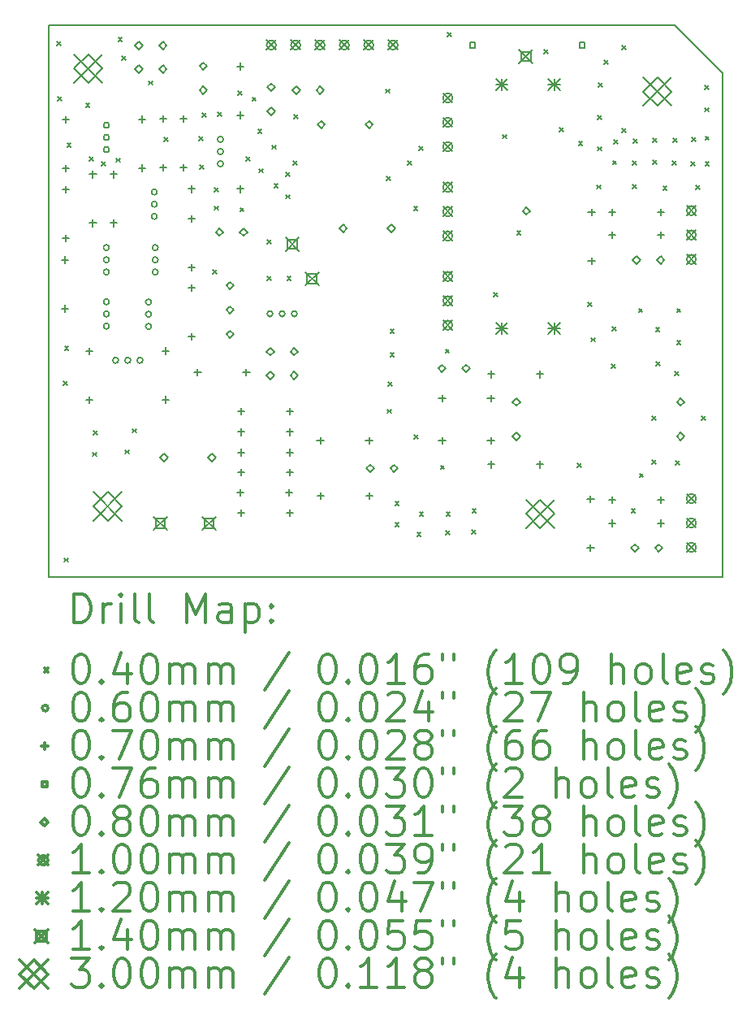
<source format=gbr>
%FSLAX45Y45*%
G04 Gerber Fmt 4.5, Leading zero omitted, Abs format (unit mm)*
G04 Created by KiCad (PCBNEW 4.0.4-stable) date 09/28/17 23:32:27*
%MOMM*%
%LPD*%
G01*
G04 APERTURE LIST*
%ADD10C,0.127000*%
%ADD11C,0.150000*%
%ADD12C,0.200000*%
%ADD13C,0.300000*%
G04 APERTURE END LIST*
D10*
D11*
X9956Y5760000D02*
X6540000Y5760000D01*
X7040000Y5260000D02*
X6540000Y5760000D01*
X10000Y10000D02*
X10000Y5760000D01*
X7040000Y10000D02*
X10000Y10000D01*
X7040000Y5260000D02*
X7040000Y10000D01*
D12*
X95000Y5590000D02*
X135000Y5550000D01*
X135000Y5590000D02*
X95000Y5550000D01*
X105000Y5015000D02*
X145000Y4975000D01*
X145000Y5015000D02*
X105000Y4975000D01*
X160000Y2050000D02*
X200000Y2010000D01*
X200000Y2050000D02*
X160000Y2010000D01*
X170000Y210000D02*
X210000Y170000D01*
X210000Y210000D02*
X170000Y170000D01*
X175000Y2415000D02*
X215000Y2375000D01*
X215000Y2415000D02*
X175000Y2375000D01*
X200000Y4530000D02*
X240000Y4490000D01*
X240000Y4530000D02*
X200000Y4490000D01*
X395000Y4945000D02*
X435000Y4905000D01*
X435000Y4945000D02*
X395000Y4905000D01*
X435000Y4390000D02*
X475000Y4350000D01*
X475000Y4390000D02*
X435000Y4350000D01*
X470000Y1310000D02*
X510000Y1270000D01*
X510000Y1310000D02*
X470000Y1270000D01*
X475000Y1535000D02*
X515000Y1495000D01*
X515000Y1535000D02*
X475000Y1495000D01*
X560000Y4340000D02*
X600000Y4300000D01*
X600000Y4340000D02*
X560000Y4300000D01*
X710000Y4375000D02*
X750000Y4335000D01*
X750000Y4375000D02*
X710000Y4335000D01*
X735000Y5635000D02*
X775000Y5595000D01*
X775000Y5635000D02*
X735000Y5595000D01*
X775000Y5440000D02*
X815000Y5400000D01*
X815000Y5440000D02*
X775000Y5400000D01*
X805000Y1335000D02*
X845000Y1295000D01*
X845000Y1335000D02*
X805000Y1295000D01*
X880000Y1555000D02*
X920000Y1515000D01*
X920000Y1555000D02*
X880000Y1515000D01*
X1050000Y5180000D02*
X1090000Y5140000D01*
X1090000Y5180000D02*
X1050000Y5140000D01*
X1215000Y4590000D02*
X1255000Y4550000D01*
X1255000Y4590000D02*
X1215000Y4550000D01*
X1575000Y4600000D02*
X1615000Y4560000D01*
X1615000Y4600000D02*
X1575000Y4560000D01*
X1585000Y4305000D02*
X1625000Y4265000D01*
X1625000Y4305000D02*
X1585000Y4265000D01*
X1610000Y4845000D02*
X1650000Y4805000D01*
X1650000Y4845000D02*
X1610000Y4805000D01*
X1720000Y3210000D02*
X1760000Y3170000D01*
X1760000Y3210000D02*
X1720000Y3170000D01*
X1735000Y3875000D02*
X1775000Y3835000D01*
X1775000Y3875000D02*
X1735000Y3835000D01*
X1740000Y4065000D02*
X1780000Y4025000D01*
X1780000Y4065000D02*
X1740000Y4025000D01*
X1770000Y4855000D02*
X1810000Y4815000D01*
X1810000Y4855000D02*
X1770000Y4815000D01*
X1980000Y5075000D02*
X2020000Y5035000D01*
X2020000Y5075000D02*
X1980000Y5035000D01*
X2005000Y3860000D02*
X2045000Y3820000D01*
X2045000Y3860000D02*
X2005000Y3820000D01*
X2070000Y4390000D02*
X2110000Y4350000D01*
X2110000Y4390000D02*
X2070000Y4350000D01*
X2130000Y5010000D02*
X2170000Y4970000D01*
X2170000Y5010000D02*
X2130000Y4970000D01*
X2190000Y4675000D02*
X2230000Y4635000D01*
X2230000Y4675000D02*
X2190000Y4635000D01*
X2200000Y4265000D02*
X2240000Y4225000D01*
X2240000Y4265000D02*
X2200000Y4225000D01*
X2285000Y3525000D02*
X2325000Y3485000D01*
X2325000Y3525000D02*
X2285000Y3485000D01*
X2285000Y3145000D02*
X2325000Y3105000D01*
X2325000Y3145000D02*
X2285000Y3105000D01*
X2340000Y4510000D02*
X2380000Y4470000D01*
X2380000Y4510000D02*
X2340000Y4470000D01*
X2360000Y4110000D02*
X2400000Y4070000D01*
X2400000Y4110000D02*
X2360000Y4070000D01*
X2485000Y4230000D02*
X2525000Y4190000D01*
X2525000Y4230000D02*
X2485000Y4190000D01*
X2485000Y3995000D02*
X2525000Y3955000D01*
X2525000Y3995000D02*
X2485000Y3955000D01*
X2495000Y3145000D02*
X2535000Y3105000D01*
X2535000Y3145000D02*
X2495000Y3105000D01*
X2560000Y4345000D02*
X2600000Y4305000D01*
X2600000Y4345000D02*
X2560000Y4305000D01*
X2565000Y4830000D02*
X2605000Y4790000D01*
X2605000Y4830000D02*
X2565000Y4790000D01*
X3525000Y5095000D02*
X3565000Y5055000D01*
X3565000Y5095000D02*
X3525000Y5055000D01*
X3530000Y4185000D02*
X3570000Y4145000D01*
X3570000Y4185000D02*
X3530000Y4145000D01*
X3540000Y1760000D02*
X3580000Y1720000D01*
X3580000Y1760000D02*
X3540000Y1720000D01*
X3550000Y2040000D02*
X3590000Y2000000D01*
X3590000Y2040000D02*
X3550000Y2000000D01*
X3570000Y2595000D02*
X3610000Y2555000D01*
X3610000Y2595000D02*
X3570000Y2555000D01*
X3570000Y2350000D02*
X3610000Y2310000D01*
X3610000Y2350000D02*
X3570000Y2310000D01*
X3620000Y800000D02*
X3660000Y760000D01*
X3660000Y800000D02*
X3620000Y760000D01*
X3620000Y580000D02*
X3660000Y540000D01*
X3660000Y580000D02*
X3620000Y540000D01*
X3750000Y4345000D02*
X3790000Y4305000D01*
X3790000Y4345000D02*
X3750000Y4305000D01*
X3815000Y3870000D02*
X3855000Y3830000D01*
X3855000Y3870000D02*
X3815000Y3830000D01*
X3820000Y1490000D02*
X3860000Y1450000D01*
X3860000Y1490000D02*
X3820000Y1450000D01*
X3850000Y475000D02*
X3890000Y435000D01*
X3890000Y475000D02*
X3850000Y435000D01*
X3870000Y4500000D02*
X3910000Y4460000D01*
X3910000Y4500000D02*
X3870000Y4460000D01*
X3875000Y690000D02*
X3915000Y650000D01*
X3915000Y690000D02*
X3875000Y650000D01*
X4095000Y1175000D02*
X4135000Y1135000D01*
X4135000Y1175000D02*
X4095000Y1135000D01*
X4145000Y2385000D02*
X4185000Y2345000D01*
X4185000Y2385000D02*
X4145000Y2345000D01*
X4150000Y495000D02*
X4190000Y455000D01*
X4190000Y495000D02*
X4150000Y455000D01*
X4155000Y690000D02*
X4195000Y650000D01*
X4195000Y690000D02*
X4155000Y650000D01*
X4165000Y5685000D02*
X4205000Y5645000D01*
X4205000Y5685000D02*
X4165000Y5645000D01*
X4420000Y505000D02*
X4460000Y465000D01*
X4460000Y505000D02*
X4420000Y465000D01*
X4425000Y720000D02*
X4465000Y680000D01*
X4465000Y720000D02*
X4425000Y680000D01*
X4650000Y2975000D02*
X4690000Y2935000D01*
X4690000Y2975000D02*
X4650000Y2935000D01*
X4740000Y4620000D02*
X4780000Y4580000D01*
X4780000Y4620000D02*
X4740000Y4580000D01*
X4890000Y3620000D02*
X4930000Y3580000D01*
X4930000Y3620000D02*
X4890000Y3580000D01*
X5175000Y5505000D02*
X5215000Y5465000D01*
X5215000Y5505000D02*
X5175000Y5465000D01*
X5335000Y4695000D02*
X5375000Y4655000D01*
X5375000Y4695000D02*
X5335000Y4655000D01*
X5520000Y1195000D02*
X5560000Y1155000D01*
X5560000Y1195000D02*
X5520000Y1155000D01*
X5520000Y1195000D02*
X5560000Y1155000D01*
X5560000Y1195000D02*
X5520000Y1155000D01*
X5535000Y4550000D02*
X5575000Y4510000D01*
X5575000Y4550000D02*
X5535000Y4510000D01*
X5635000Y2870000D02*
X5675000Y2830000D01*
X5675000Y2870000D02*
X5635000Y2830000D01*
X5665000Y2505000D02*
X5705000Y2465000D01*
X5705000Y2505000D02*
X5665000Y2465000D01*
X5725000Y4095000D02*
X5765000Y4055000D01*
X5765000Y4095000D02*
X5725000Y4055000D01*
X5735000Y4820000D02*
X5775000Y4780000D01*
X5775000Y4820000D02*
X5735000Y4780000D01*
X5735000Y4495000D02*
X5775000Y4455000D01*
X5775000Y4495000D02*
X5735000Y4455000D01*
X5740000Y5160000D02*
X5780000Y5120000D01*
X5780000Y5160000D02*
X5740000Y5120000D01*
X5800000Y5395000D02*
X5840000Y5355000D01*
X5840000Y5395000D02*
X5800000Y5355000D01*
X5880000Y2230000D02*
X5920000Y2190000D01*
X5920000Y2230000D02*
X5880000Y2190000D01*
X5885000Y2620000D02*
X5925000Y2580000D01*
X5925000Y2620000D02*
X5885000Y2580000D01*
X5890000Y4350000D02*
X5930000Y4310000D01*
X5930000Y4350000D02*
X5890000Y4310000D01*
X5905000Y4565000D02*
X5945000Y4525000D01*
X5945000Y4565000D02*
X5905000Y4525000D01*
X5990000Y5550000D02*
X6030000Y5510000D01*
X6030000Y5550000D02*
X5990000Y5510000D01*
X5990000Y4685000D02*
X6030000Y4645000D01*
X6030000Y4685000D02*
X5990000Y4645000D01*
X6085000Y725000D02*
X6125000Y685000D01*
X6125000Y725000D02*
X6085000Y685000D01*
X6100000Y4345000D02*
X6140000Y4305000D01*
X6140000Y4345000D02*
X6100000Y4305000D01*
X6100000Y4100000D02*
X6140000Y4060000D01*
X6140000Y4100000D02*
X6100000Y4060000D01*
X6105000Y4575000D02*
X6145000Y4535000D01*
X6145000Y4575000D02*
X6105000Y4535000D01*
X6160000Y2810000D02*
X6200000Y2770000D01*
X6200000Y2810000D02*
X6160000Y2770000D01*
X6170000Y1090000D02*
X6210000Y1050000D01*
X6210000Y1090000D02*
X6170000Y1050000D01*
X6300000Y1690000D02*
X6340000Y1650000D01*
X6340000Y1690000D02*
X6300000Y1650000D01*
X6300000Y1230000D02*
X6340000Y1190000D01*
X6340000Y1230000D02*
X6300000Y1190000D01*
X6310000Y4580000D02*
X6350000Y4540000D01*
X6350000Y4580000D02*
X6310000Y4540000D01*
X6310000Y4355000D02*
X6350000Y4315000D01*
X6350000Y4355000D02*
X6310000Y4315000D01*
X6340000Y2610000D02*
X6380000Y2570000D01*
X6380000Y2610000D02*
X6340000Y2570000D01*
X6345000Y2255000D02*
X6385000Y2215000D01*
X6385000Y2255000D02*
X6345000Y2215000D01*
X6415000Y4085000D02*
X6455000Y4045000D01*
X6455000Y4085000D02*
X6415000Y4045000D01*
X6515000Y4345000D02*
X6555000Y4305000D01*
X6555000Y4345000D02*
X6515000Y4305000D01*
X6520000Y4585000D02*
X6560000Y4545000D01*
X6560000Y4585000D02*
X6520000Y4545000D01*
X6535000Y2155000D02*
X6575000Y2115000D01*
X6575000Y2155000D02*
X6535000Y2115000D01*
X6545000Y1220000D02*
X6585000Y1180000D01*
X6585000Y1220000D02*
X6545000Y1180000D01*
X6560000Y2810000D02*
X6600000Y2770000D01*
X6600000Y2810000D02*
X6560000Y2770000D01*
X6560000Y2475000D02*
X6600000Y2435000D01*
X6600000Y2475000D02*
X6560000Y2435000D01*
X6710000Y4335000D02*
X6750000Y4295000D01*
X6750000Y4335000D02*
X6710000Y4295000D01*
X6715000Y4590000D02*
X6755000Y4550000D01*
X6755000Y4590000D02*
X6715000Y4550000D01*
X6760000Y4090000D02*
X6800000Y4050000D01*
X6800000Y4090000D02*
X6760000Y4050000D01*
X6820000Y1690000D02*
X6860000Y1650000D01*
X6860000Y1690000D02*
X6820000Y1650000D01*
X6850000Y5135000D02*
X6890000Y5095000D01*
X6890000Y5135000D02*
X6850000Y5095000D01*
X6850000Y4900000D02*
X6890000Y4860000D01*
X6890000Y4900000D02*
X6850000Y4860000D01*
X6855000Y4605000D02*
X6895000Y4565000D01*
X6895000Y4605000D02*
X6855000Y4565000D01*
X6855000Y4340000D02*
X6895000Y4300000D01*
X6895000Y4340000D02*
X6855000Y4300000D01*
X640000Y4719000D02*
G75*
G03X640000Y4719000I-30000J0D01*
G01*
X640000Y4592000D02*
G75*
G03X640000Y4592000I-30000J0D01*
G01*
X640000Y4465000D02*
G75*
G03X640000Y4465000I-30000J0D01*
G01*
X640000Y3444000D02*
G75*
G03X640000Y3444000I-30000J0D01*
G01*
X640000Y3317000D02*
G75*
G03X640000Y3317000I-30000J0D01*
G01*
X640000Y3190000D02*
G75*
G03X640000Y3190000I-30000J0D01*
G01*
X640000Y2880000D02*
G75*
G03X640000Y2880000I-30000J0D01*
G01*
X640000Y2753000D02*
G75*
G03X640000Y2753000I-30000J0D01*
G01*
X640000Y2626000D02*
G75*
G03X640000Y2626000I-30000J0D01*
G01*
X736000Y2270000D02*
G75*
G03X736000Y2270000I-30000J0D01*
G01*
X863000Y2270000D02*
G75*
G03X863000Y2270000I-30000J0D01*
G01*
X990000Y2270000D02*
G75*
G03X990000Y2270000I-30000J0D01*
G01*
X1080000Y2877000D02*
G75*
G03X1080000Y2877000I-30000J0D01*
G01*
X1080000Y2750000D02*
G75*
G03X1080000Y2750000I-30000J0D01*
G01*
X1080000Y2623000D02*
G75*
G03X1080000Y2623000I-30000J0D01*
G01*
X1140000Y4024000D02*
G75*
G03X1140000Y4024000I-30000J0D01*
G01*
X1140000Y3897000D02*
G75*
G03X1140000Y3897000I-30000J0D01*
G01*
X1140000Y3770000D02*
G75*
G03X1140000Y3770000I-30000J0D01*
G01*
X1150000Y3444000D02*
G75*
G03X1150000Y3444000I-30000J0D01*
G01*
X1150000Y3317000D02*
G75*
G03X1150000Y3317000I-30000J0D01*
G01*
X1150000Y3190000D02*
G75*
G03X1150000Y3190000I-30000J0D01*
G01*
X1830000Y4572000D02*
G75*
G03X1830000Y4572000I-30000J0D01*
G01*
X1830000Y4445000D02*
G75*
G03X1830000Y4445000I-30000J0D01*
G01*
X1830000Y4318000D02*
G75*
G03X1830000Y4318000I-30000J0D01*
G01*
X2346000Y2755000D02*
G75*
G03X2346000Y2755000I-30000J0D01*
G01*
X2473000Y2755000D02*
G75*
G03X2473000Y2755000I-30000J0D01*
G01*
X2600000Y2755000D02*
G75*
G03X2600000Y2755000I-30000J0D01*
G01*
X180000Y3353000D02*
X180000Y3283000D01*
X145000Y3318000D02*
X215000Y3318000D01*
X180000Y2845000D02*
X180000Y2775000D01*
X145000Y2810000D02*
X215000Y2810000D01*
X185000Y4813000D02*
X185000Y4743000D01*
X150000Y4778000D02*
X220000Y4778000D01*
X185000Y4305000D02*
X185000Y4235000D01*
X150000Y4270000D02*
X220000Y4270000D01*
X185000Y4085000D02*
X185000Y4015000D01*
X150000Y4050000D02*
X220000Y4050000D01*
X185000Y3577000D02*
X185000Y3507000D01*
X150000Y3542000D02*
X220000Y3542000D01*
X430000Y2403000D02*
X430000Y2333000D01*
X395000Y2368000D02*
X465000Y2368000D01*
X430000Y1895000D02*
X430000Y1825000D01*
X395000Y1860000D02*
X465000Y1860000D01*
X470000Y4243000D02*
X470000Y4173000D01*
X435000Y4208000D02*
X505000Y4208000D01*
X470000Y3735000D02*
X470000Y3665000D01*
X435000Y3700000D02*
X505000Y3700000D01*
X685000Y4243000D02*
X685000Y4173000D01*
X650000Y4208000D02*
X720000Y4208000D01*
X685000Y3735000D02*
X685000Y3665000D01*
X650000Y3700000D02*
X720000Y3700000D01*
X985000Y4818000D02*
X985000Y4748000D01*
X950000Y4783000D02*
X1020000Y4783000D01*
X985000Y4310000D02*
X985000Y4240000D01*
X950000Y4275000D02*
X1020000Y4275000D01*
X1200000Y4823000D02*
X1200000Y4753000D01*
X1165000Y4788000D02*
X1235000Y4788000D01*
X1200000Y4315000D02*
X1200000Y4245000D01*
X1165000Y4280000D02*
X1235000Y4280000D01*
X1230000Y2405000D02*
X1230000Y2335000D01*
X1195000Y2370000D02*
X1265000Y2370000D01*
X1230000Y1897000D02*
X1230000Y1827000D01*
X1195000Y1862000D02*
X1265000Y1862000D01*
X1415000Y4823000D02*
X1415000Y4753000D01*
X1380000Y4788000D02*
X1450000Y4788000D01*
X1415000Y4315000D02*
X1415000Y4245000D01*
X1380000Y4280000D02*
X1450000Y4280000D01*
X1500000Y4090000D02*
X1500000Y4020000D01*
X1465000Y4055000D02*
X1535000Y4055000D01*
X1500000Y3778000D02*
X1500000Y3708000D01*
X1465000Y3743000D02*
X1535000Y3743000D01*
X1500000Y3270000D02*
X1500000Y3200000D01*
X1465000Y3235000D02*
X1535000Y3235000D01*
X1500000Y3060000D02*
X1500000Y2990000D01*
X1465000Y3025000D02*
X1535000Y3025000D01*
X1500000Y2552000D02*
X1500000Y2482000D01*
X1465000Y2517000D02*
X1535000Y2517000D01*
X1562000Y2180000D02*
X1562000Y2110000D01*
X1527000Y2145000D02*
X1597000Y2145000D01*
X2005000Y5368000D02*
X2005000Y5298000D01*
X1970000Y5333000D02*
X2040000Y5333000D01*
X2005000Y4860000D02*
X2005000Y4790000D01*
X1970000Y4825000D02*
X2040000Y4825000D01*
X2008000Y4090000D02*
X2008000Y4020000D01*
X1973000Y4055000D02*
X2043000Y4055000D01*
X2009965Y926593D02*
X2009965Y856593D01*
X1974965Y891593D02*
X2044965Y891593D01*
X2012465Y1346593D02*
X2012465Y1276593D01*
X1977465Y1311593D02*
X2047465Y1311593D01*
X2012465Y1136593D02*
X2012465Y1066593D01*
X1977465Y1101593D02*
X2047465Y1101593D01*
X2012465Y716593D02*
X2012465Y646593D01*
X1977465Y681593D02*
X2047465Y681593D01*
X2012965Y1771593D02*
X2012965Y1701593D01*
X1977965Y1736593D02*
X2047965Y1736593D01*
X2012965Y1559093D02*
X2012965Y1489093D01*
X1977965Y1524093D02*
X2047965Y1524093D01*
X2070000Y2180000D02*
X2070000Y2110000D01*
X2035000Y2145000D02*
X2105000Y2145000D01*
X2517965Y926593D02*
X2517965Y856593D01*
X2482965Y891593D02*
X2552965Y891593D01*
X2520465Y1346593D02*
X2520465Y1276593D01*
X2485465Y1311593D02*
X2555465Y1311593D01*
X2520465Y1136593D02*
X2520465Y1066593D01*
X2485465Y1101593D02*
X2555465Y1101593D01*
X2520465Y716593D02*
X2520465Y646593D01*
X2485465Y681593D02*
X2555465Y681593D01*
X2520965Y1771593D02*
X2520965Y1701593D01*
X2485965Y1736593D02*
X2555965Y1736593D01*
X2520965Y1559093D02*
X2520965Y1489093D01*
X2485965Y1524093D02*
X2555965Y1524093D01*
X2842000Y1467500D02*
X2842000Y1397500D01*
X2807000Y1432500D02*
X2877000Y1432500D01*
X2844500Y895000D02*
X2844500Y825000D01*
X2809500Y860000D02*
X2879500Y860000D01*
X3350000Y1467500D02*
X3350000Y1397500D01*
X3315000Y1432500D02*
X3385000Y1432500D01*
X3352500Y895000D02*
X3352500Y825000D01*
X3317500Y860000D02*
X3387500Y860000D01*
X4112000Y1910000D02*
X4112000Y1840000D01*
X4077000Y1875000D02*
X4147000Y1875000D01*
X4112000Y1470000D02*
X4112000Y1400000D01*
X4077000Y1435000D02*
X4147000Y1435000D01*
X4620000Y1910000D02*
X4620000Y1840000D01*
X4585000Y1875000D02*
X4655000Y1875000D01*
X4620000Y1470000D02*
X4620000Y1400000D01*
X4585000Y1435000D02*
X4655000Y1435000D01*
X4622000Y2160000D02*
X4622000Y2090000D01*
X4587000Y2125000D02*
X4657000Y2125000D01*
X4622000Y1220000D02*
X4622000Y1150000D01*
X4587000Y1185000D02*
X4657000Y1185000D01*
X5130000Y2160000D02*
X5130000Y2090000D01*
X5095000Y2125000D02*
X5165000Y2125000D01*
X5130000Y1220000D02*
X5130000Y1150000D01*
X5095000Y1185000D02*
X5165000Y1185000D01*
X5660000Y860000D02*
X5660000Y790000D01*
X5625000Y825000D02*
X5695000Y825000D01*
X5660000Y352000D02*
X5660000Y282000D01*
X5625000Y317000D02*
X5695000Y317000D01*
X5670000Y3850000D02*
X5670000Y3780000D01*
X5635000Y3815000D02*
X5705000Y3815000D01*
X5670000Y3342000D02*
X5670000Y3272000D01*
X5635000Y3307000D02*
X5705000Y3307000D01*
X5882000Y3850000D02*
X5882000Y3780000D01*
X5847000Y3815000D02*
X5917000Y3815000D01*
X5882000Y3610000D02*
X5882000Y3540000D01*
X5847000Y3575000D02*
X5917000Y3575000D01*
X5882000Y850000D02*
X5882000Y780000D01*
X5847000Y815000D02*
X5917000Y815000D01*
X5882000Y610000D02*
X5882000Y540000D01*
X5847000Y575000D02*
X5917000Y575000D01*
X6390000Y3850000D02*
X6390000Y3780000D01*
X6355000Y3815000D02*
X6425000Y3815000D01*
X6390000Y3610000D02*
X6390000Y3540000D01*
X6355000Y3575000D02*
X6425000Y3575000D01*
X6390000Y850000D02*
X6390000Y780000D01*
X6355000Y815000D02*
X6425000Y815000D01*
X6390000Y610000D02*
X6390000Y540000D01*
X6355000Y575000D02*
X6425000Y575000D01*
X4453941Y5528059D02*
X4453941Y5581941D01*
X4400059Y5581941D01*
X4400059Y5528059D01*
X4453941Y5528059D01*
X5596941Y5528059D02*
X5596941Y5581941D01*
X5543059Y5581941D01*
X5543059Y5528059D01*
X5596941Y5528059D01*
X950000Y5510000D02*
X990000Y5550000D01*
X950000Y5590000D01*
X910000Y5550000D01*
X950000Y5510000D01*
X950000Y5265000D02*
X990000Y5305000D01*
X950000Y5345000D01*
X910000Y5305000D01*
X950000Y5265000D01*
X1200000Y5510000D02*
X1240000Y5550000D01*
X1200000Y5590000D01*
X1160000Y5550000D01*
X1200000Y5510000D01*
X1200000Y5265000D02*
X1240000Y5305000D01*
X1200000Y5345000D01*
X1160000Y5305000D01*
X1200000Y5265000D01*
X1210465Y1216593D02*
X1250465Y1256593D01*
X1210465Y1296593D01*
X1170465Y1256593D01*
X1210465Y1216593D01*
X1620000Y5295000D02*
X1660000Y5335000D01*
X1620000Y5375000D01*
X1580000Y5335000D01*
X1620000Y5295000D01*
X1620000Y5045000D02*
X1660000Y5085000D01*
X1620000Y5125000D01*
X1580000Y5085000D01*
X1620000Y5045000D01*
X1710465Y1216593D02*
X1750465Y1256593D01*
X1710465Y1296593D01*
X1670465Y1256593D01*
X1710465Y1216593D01*
X1790000Y3565000D02*
X1830000Y3605000D01*
X1790000Y3645000D01*
X1750000Y3605000D01*
X1790000Y3565000D01*
X1900000Y3009000D02*
X1940000Y3049000D01*
X1900000Y3089000D01*
X1860000Y3049000D01*
X1900000Y3009000D01*
X1900000Y2755000D02*
X1940000Y2795000D01*
X1900000Y2835000D01*
X1860000Y2795000D01*
X1900000Y2755000D01*
X1900000Y2501000D02*
X1940000Y2541000D01*
X1900000Y2581000D01*
X1860000Y2541000D01*
X1900000Y2501000D01*
X2040000Y3565000D02*
X2080000Y3605000D01*
X2040000Y3645000D01*
X2000000Y3605000D01*
X2040000Y3565000D01*
X2320000Y2320000D02*
X2360000Y2360000D01*
X2320000Y2400000D01*
X2280000Y2360000D01*
X2320000Y2320000D01*
X2320000Y2070000D02*
X2360000Y2110000D01*
X2320000Y2150000D01*
X2280000Y2110000D01*
X2320000Y2070000D01*
X2330000Y5075000D02*
X2370000Y5115000D01*
X2330000Y5155000D01*
X2290000Y5115000D01*
X2330000Y5075000D01*
X2330000Y4825000D02*
X2370000Y4865000D01*
X2330000Y4905000D01*
X2290000Y4865000D01*
X2330000Y4825000D01*
X2570000Y2320000D02*
X2610000Y2360000D01*
X2570000Y2400000D01*
X2530000Y2360000D01*
X2570000Y2320000D01*
X2570000Y2070000D02*
X2610000Y2110000D01*
X2570000Y2150000D01*
X2530000Y2110000D01*
X2570000Y2070000D01*
X2590000Y5045000D02*
X2630000Y5085000D01*
X2590000Y5125000D01*
X2550000Y5085000D01*
X2590000Y5045000D01*
X2840000Y5045000D02*
X2880000Y5085000D01*
X2840000Y5125000D01*
X2800000Y5085000D01*
X2840000Y5045000D01*
X2850000Y4685000D02*
X2890000Y4725000D01*
X2850000Y4765000D01*
X2810000Y4725000D01*
X2850000Y4685000D01*
X3080000Y3605000D02*
X3120000Y3645000D01*
X3080000Y3685000D01*
X3040000Y3645000D01*
X3080000Y3605000D01*
X3350000Y4685000D02*
X3390000Y4725000D01*
X3350000Y4765000D01*
X3310000Y4725000D01*
X3350000Y4685000D01*
X3360000Y1102500D02*
X3400000Y1142500D01*
X3360000Y1182500D01*
X3320000Y1142500D01*
X3360000Y1102500D01*
X3580000Y3605000D02*
X3620000Y3645000D01*
X3580000Y3685000D01*
X3540000Y3645000D01*
X3580000Y3605000D01*
X3610000Y1102500D02*
X3650000Y1142500D01*
X3610000Y1182500D01*
X3570000Y1142500D01*
X3610000Y1102500D01*
X4110000Y2145000D02*
X4150000Y2185000D01*
X4110000Y2225000D01*
X4070000Y2185000D01*
X4110000Y2145000D01*
X4360000Y2145000D02*
X4400000Y2185000D01*
X4360000Y2225000D01*
X4320000Y2185000D01*
X4360000Y2145000D01*
X4885500Y1795000D02*
X4925500Y1835000D01*
X4885500Y1875000D01*
X4845500Y1835000D01*
X4885500Y1795000D01*
X4885500Y1435000D02*
X4925500Y1475000D01*
X4885500Y1515000D01*
X4845500Y1475000D01*
X4885500Y1435000D01*
X4990000Y3785000D02*
X5030000Y3825000D01*
X4990000Y3865000D01*
X4950000Y3825000D01*
X4990000Y3785000D01*
X6120000Y275000D02*
X6160000Y315000D01*
X6120000Y355000D01*
X6080000Y315000D01*
X6120000Y275000D01*
X6140000Y3275000D02*
X6180000Y3315000D01*
X6140000Y3355000D01*
X6100000Y3315000D01*
X6140000Y3275000D01*
X6370000Y275000D02*
X6410000Y315000D01*
X6370000Y355000D01*
X6330000Y315000D01*
X6370000Y275000D01*
X6390000Y3275000D02*
X6430000Y3315000D01*
X6390000Y3355000D01*
X6350000Y3315000D01*
X6390000Y3275000D01*
X6600000Y1795000D02*
X6640000Y1835000D01*
X6600000Y1875000D01*
X6560000Y1835000D01*
X6600000Y1795000D01*
X6600000Y1435000D02*
X6640000Y1475000D01*
X6600000Y1515000D01*
X6560000Y1475000D01*
X6600000Y1435000D01*
X2280000Y5605000D02*
X2380000Y5505000D01*
X2380000Y5605000D02*
X2280000Y5505000D01*
X2380000Y5555000D02*
G75*
G03X2380000Y5555000I-50000J0D01*
G01*
X2534000Y5605000D02*
X2634000Y5505000D01*
X2634000Y5605000D02*
X2534000Y5505000D01*
X2634000Y5555000D02*
G75*
G03X2634000Y5555000I-50000J0D01*
G01*
X2788000Y5605000D02*
X2888000Y5505000D01*
X2888000Y5605000D02*
X2788000Y5505000D01*
X2888000Y5555000D02*
G75*
G03X2888000Y5555000I-50000J0D01*
G01*
X3042000Y5605000D02*
X3142000Y5505000D01*
X3142000Y5605000D02*
X3042000Y5505000D01*
X3142000Y5555000D02*
G75*
G03X3142000Y5555000I-50000J0D01*
G01*
X3296000Y5605000D02*
X3396000Y5505000D01*
X3396000Y5605000D02*
X3296000Y5505000D01*
X3396000Y5555000D02*
G75*
G03X3396000Y5555000I-50000J0D01*
G01*
X3550000Y5605000D02*
X3650000Y5505000D01*
X3650000Y5605000D02*
X3550000Y5505000D01*
X3650000Y5555000D02*
G75*
G03X3650000Y5555000I-50000J0D01*
G01*
X4120000Y5053000D02*
X4220000Y4953000D01*
X4220000Y5053000D02*
X4120000Y4953000D01*
X4220000Y5003000D02*
G75*
G03X4220000Y5003000I-50000J0D01*
G01*
X4120000Y4799000D02*
X4220000Y4699000D01*
X4220000Y4799000D02*
X4120000Y4699000D01*
X4220000Y4749000D02*
G75*
G03X4220000Y4749000I-50000J0D01*
G01*
X4120000Y4545000D02*
X4220000Y4445000D01*
X4220000Y4545000D02*
X4120000Y4445000D01*
X4220000Y4495000D02*
G75*
G03X4220000Y4495000I-50000J0D01*
G01*
X4120000Y4123000D02*
X4220000Y4023000D01*
X4220000Y4123000D02*
X4120000Y4023000D01*
X4220000Y4073000D02*
G75*
G03X4220000Y4073000I-50000J0D01*
G01*
X4120000Y3869000D02*
X4220000Y3769000D01*
X4220000Y3869000D02*
X4120000Y3769000D01*
X4220000Y3819000D02*
G75*
G03X4220000Y3819000I-50000J0D01*
G01*
X4120000Y3615000D02*
X4220000Y3515000D01*
X4220000Y3615000D02*
X4120000Y3515000D01*
X4220000Y3565000D02*
G75*
G03X4220000Y3565000I-50000J0D01*
G01*
X4120000Y3193000D02*
X4220000Y3093000D01*
X4220000Y3193000D02*
X4120000Y3093000D01*
X4220000Y3143000D02*
G75*
G03X4220000Y3143000I-50000J0D01*
G01*
X4120000Y2939000D02*
X4220000Y2839000D01*
X4220000Y2939000D02*
X4120000Y2839000D01*
X4220000Y2889000D02*
G75*
G03X4220000Y2889000I-50000J0D01*
G01*
X4120000Y2685000D02*
X4220000Y2585000D01*
X4220000Y2685000D02*
X4120000Y2585000D01*
X4220000Y2635000D02*
G75*
G03X4220000Y2635000I-50000J0D01*
G01*
X6660000Y3879000D02*
X6760000Y3779000D01*
X6760000Y3879000D02*
X6660000Y3779000D01*
X6760000Y3829000D02*
G75*
G03X6760000Y3829000I-50000J0D01*
G01*
X6660000Y3625000D02*
X6760000Y3525000D01*
X6760000Y3625000D02*
X6660000Y3525000D01*
X6760000Y3575000D02*
G75*
G03X6760000Y3575000I-50000J0D01*
G01*
X6660000Y3371000D02*
X6760000Y3271000D01*
X6760000Y3371000D02*
X6660000Y3271000D01*
X6760000Y3321000D02*
G75*
G03X6760000Y3321000I-50000J0D01*
G01*
X6660000Y879000D02*
X6760000Y779000D01*
X6760000Y879000D02*
X6660000Y779000D01*
X6760000Y829000D02*
G75*
G03X6760000Y829000I-50000J0D01*
G01*
X6660000Y625000D02*
X6760000Y525000D01*
X6760000Y625000D02*
X6660000Y525000D01*
X6760000Y575000D02*
G75*
G03X6760000Y575000I-50000J0D01*
G01*
X6660000Y371000D02*
X6760000Y271000D01*
X6760000Y371000D02*
X6660000Y271000D01*
X6760000Y321000D02*
G75*
G03X6760000Y321000I-50000J0D01*
G01*
X4670000Y5205000D02*
X4790000Y5085000D01*
X4790000Y5205000D02*
X4670000Y5085000D01*
X4730000Y5205000D02*
X4730000Y5085000D01*
X4670000Y5145000D02*
X4790000Y5145000D01*
X4670000Y2665000D02*
X4790000Y2545000D01*
X4790000Y2665000D02*
X4670000Y2545000D01*
X4730000Y2665000D02*
X4730000Y2545000D01*
X4670000Y2605000D02*
X4790000Y2605000D01*
X5220000Y5205000D02*
X5340000Y5085000D01*
X5340000Y5205000D02*
X5220000Y5085000D01*
X5280000Y5205000D02*
X5280000Y5085000D01*
X5220000Y5145000D02*
X5340000Y5145000D01*
X5220000Y2665000D02*
X5340000Y2545000D01*
X5340000Y2665000D02*
X5220000Y2545000D01*
X5280000Y2665000D02*
X5280000Y2545000D01*
X5220000Y2605000D02*
X5340000Y2605000D01*
X1102465Y641593D02*
X1242465Y501593D01*
X1242465Y641593D02*
X1102465Y501593D01*
X1221963Y522095D02*
X1221963Y621091D01*
X1122967Y621091D01*
X1122967Y522095D01*
X1221963Y522095D01*
X1610465Y641593D02*
X1750465Y501593D01*
X1750465Y641593D02*
X1610465Y501593D01*
X1729963Y522095D02*
X1729963Y621091D01*
X1630967Y621091D01*
X1630967Y522095D01*
X1729963Y522095D01*
X2480000Y3550000D02*
X2620000Y3410000D01*
X2620000Y3550000D02*
X2480000Y3410000D01*
X2599498Y3430502D02*
X2599498Y3529498D01*
X2500502Y3529498D01*
X2500502Y3430502D01*
X2599498Y3430502D01*
X2685000Y3190000D02*
X2825000Y3050000D01*
X2825000Y3190000D02*
X2685000Y3050000D01*
X2804498Y3070502D02*
X2804498Y3169498D01*
X2705502Y3169498D01*
X2705502Y3070502D01*
X2804498Y3070502D01*
X4915000Y5505000D02*
X5055000Y5365000D01*
X5055000Y5505000D02*
X4915000Y5365000D01*
X5034498Y5385502D02*
X5034498Y5484498D01*
X4935502Y5484498D01*
X4935502Y5385502D01*
X5034498Y5385502D01*
X270000Y5460000D02*
X570000Y5160000D01*
X570000Y5460000D02*
X270000Y5160000D01*
X420000Y5160000D02*
X570000Y5310000D01*
X420000Y5460000D01*
X270000Y5310000D01*
X420000Y5160000D01*
X475000Y900000D02*
X775000Y600000D01*
X775000Y900000D02*
X475000Y600000D01*
X625000Y600000D02*
X775000Y750000D01*
X625000Y900000D01*
X475000Y750000D01*
X625000Y600000D01*
X4985000Y820000D02*
X5285000Y520000D01*
X5285000Y820000D02*
X4985000Y520000D01*
X5135000Y520000D02*
X5285000Y670000D01*
X5135000Y820000D01*
X4985000Y670000D01*
X5135000Y520000D01*
X6205000Y5220000D02*
X6505000Y4920000D01*
X6505000Y5220000D02*
X6205000Y4920000D01*
X6355000Y4920000D02*
X6505000Y5070000D01*
X6355000Y5220000D01*
X6205000Y5070000D01*
X6355000Y4920000D01*
D13*
X273884Y-463214D02*
X273884Y-163214D01*
X345313Y-163214D01*
X388170Y-177500D01*
X416741Y-206071D01*
X431027Y-234643D01*
X445313Y-291786D01*
X445313Y-334643D01*
X431027Y-391786D01*
X416741Y-420357D01*
X388170Y-448929D01*
X345313Y-463214D01*
X273884Y-463214D01*
X573884Y-463214D02*
X573884Y-263214D01*
X573884Y-320357D02*
X588170Y-291786D01*
X602456Y-277500D01*
X631027Y-263214D01*
X659598Y-263214D01*
X759598Y-463214D02*
X759598Y-263214D01*
X759598Y-163214D02*
X745313Y-177500D01*
X759598Y-191786D01*
X773884Y-177500D01*
X759598Y-163214D01*
X759598Y-191786D01*
X945313Y-463214D02*
X916741Y-448929D01*
X902455Y-420357D01*
X902455Y-163214D01*
X1102456Y-463214D02*
X1073884Y-448929D01*
X1059598Y-420357D01*
X1059598Y-163214D01*
X1445313Y-463214D02*
X1445313Y-163214D01*
X1545313Y-377500D01*
X1645313Y-163214D01*
X1645313Y-463214D01*
X1916741Y-463214D02*
X1916741Y-306072D01*
X1902455Y-277500D01*
X1873884Y-263214D01*
X1816741Y-263214D01*
X1788170Y-277500D01*
X1916741Y-448929D02*
X1888170Y-463214D01*
X1816741Y-463214D01*
X1788170Y-448929D01*
X1773884Y-420357D01*
X1773884Y-391786D01*
X1788170Y-363214D01*
X1816741Y-348929D01*
X1888170Y-348929D01*
X1916741Y-334643D01*
X2059598Y-263214D02*
X2059598Y-563214D01*
X2059598Y-277500D02*
X2088170Y-263214D01*
X2145313Y-263214D01*
X2173884Y-277500D01*
X2188170Y-291786D01*
X2202456Y-320357D01*
X2202456Y-406071D01*
X2188170Y-434643D01*
X2173884Y-448929D01*
X2145313Y-463214D01*
X2088170Y-463214D01*
X2059598Y-448929D01*
X2331027Y-434643D02*
X2345313Y-448929D01*
X2331027Y-463214D01*
X2316741Y-448929D01*
X2331027Y-434643D01*
X2331027Y-463214D01*
X2331027Y-277500D02*
X2345313Y-291786D01*
X2331027Y-306072D01*
X2316741Y-291786D01*
X2331027Y-277500D01*
X2331027Y-306072D01*
X-37545Y-937500D02*
X2456Y-977500D01*
X2456Y-937500D02*
X-37545Y-977500D01*
X331027Y-793214D02*
X359598Y-793214D01*
X388170Y-807500D01*
X402455Y-821786D01*
X416741Y-850357D01*
X431027Y-907500D01*
X431027Y-978929D01*
X416741Y-1036071D01*
X402455Y-1064643D01*
X388170Y-1078929D01*
X359598Y-1093214D01*
X331027Y-1093214D01*
X302456Y-1078929D01*
X288170Y-1064643D01*
X273884Y-1036071D01*
X259598Y-978929D01*
X259598Y-907500D01*
X273884Y-850357D01*
X288170Y-821786D01*
X302456Y-807500D01*
X331027Y-793214D01*
X559598Y-1064643D02*
X573884Y-1078929D01*
X559598Y-1093214D01*
X545313Y-1078929D01*
X559598Y-1064643D01*
X559598Y-1093214D01*
X831027Y-893214D02*
X831027Y-1093214D01*
X759598Y-778929D02*
X688170Y-993214D01*
X873884Y-993214D01*
X1045313Y-793214D02*
X1073884Y-793214D01*
X1102456Y-807500D01*
X1116741Y-821786D01*
X1131027Y-850357D01*
X1145313Y-907500D01*
X1145313Y-978929D01*
X1131027Y-1036071D01*
X1116741Y-1064643D01*
X1102456Y-1078929D01*
X1073884Y-1093214D01*
X1045313Y-1093214D01*
X1016741Y-1078929D01*
X1002455Y-1064643D01*
X988170Y-1036071D01*
X973884Y-978929D01*
X973884Y-907500D01*
X988170Y-850357D01*
X1002455Y-821786D01*
X1016741Y-807500D01*
X1045313Y-793214D01*
X1273884Y-1093214D02*
X1273884Y-893214D01*
X1273884Y-921786D02*
X1288170Y-907500D01*
X1316741Y-893214D01*
X1359598Y-893214D01*
X1388170Y-907500D01*
X1402455Y-936071D01*
X1402455Y-1093214D01*
X1402455Y-936071D02*
X1416741Y-907500D01*
X1445313Y-893214D01*
X1488170Y-893214D01*
X1516741Y-907500D01*
X1531027Y-936071D01*
X1531027Y-1093214D01*
X1673884Y-1093214D02*
X1673884Y-893214D01*
X1673884Y-921786D02*
X1688170Y-907500D01*
X1716741Y-893214D01*
X1759598Y-893214D01*
X1788170Y-907500D01*
X1802455Y-936071D01*
X1802455Y-1093214D01*
X1802455Y-936071D02*
X1816741Y-907500D01*
X1845313Y-893214D01*
X1888170Y-893214D01*
X1916741Y-907500D01*
X1931027Y-936071D01*
X1931027Y-1093214D01*
X2516741Y-778929D02*
X2259598Y-1164643D01*
X2902455Y-793214D02*
X2931027Y-793214D01*
X2959598Y-807500D01*
X2973884Y-821786D01*
X2988170Y-850357D01*
X3002455Y-907500D01*
X3002455Y-978929D01*
X2988170Y-1036071D01*
X2973884Y-1064643D01*
X2959598Y-1078929D01*
X2931027Y-1093214D01*
X2902455Y-1093214D01*
X2873884Y-1078929D01*
X2859598Y-1064643D01*
X2845313Y-1036071D01*
X2831027Y-978929D01*
X2831027Y-907500D01*
X2845313Y-850357D01*
X2859598Y-821786D01*
X2873884Y-807500D01*
X2902455Y-793214D01*
X3131027Y-1064643D02*
X3145313Y-1078929D01*
X3131027Y-1093214D01*
X3116741Y-1078929D01*
X3131027Y-1064643D01*
X3131027Y-1093214D01*
X3331027Y-793214D02*
X3359598Y-793214D01*
X3388170Y-807500D01*
X3402455Y-821786D01*
X3416741Y-850357D01*
X3431027Y-907500D01*
X3431027Y-978929D01*
X3416741Y-1036071D01*
X3402455Y-1064643D01*
X3388170Y-1078929D01*
X3359598Y-1093214D01*
X3331027Y-1093214D01*
X3302455Y-1078929D01*
X3288170Y-1064643D01*
X3273884Y-1036071D01*
X3259598Y-978929D01*
X3259598Y-907500D01*
X3273884Y-850357D01*
X3288170Y-821786D01*
X3302455Y-807500D01*
X3331027Y-793214D01*
X3716741Y-1093214D02*
X3545313Y-1093214D01*
X3631027Y-1093214D02*
X3631027Y-793214D01*
X3602455Y-836071D01*
X3573884Y-864643D01*
X3545313Y-878929D01*
X3973884Y-793214D02*
X3916741Y-793214D01*
X3888170Y-807500D01*
X3873884Y-821786D01*
X3845313Y-864643D01*
X3831027Y-921786D01*
X3831027Y-1036071D01*
X3845313Y-1064643D01*
X3859598Y-1078929D01*
X3888170Y-1093214D01*
X3945313Y-1093214D01*
X3973884Y-1078929D01*
X3988170Y-1064643D01*
X4002455Y-1036071D01*
X4002455Y-964643D01*
X3988170Y-936071D01*
X3973884Y-921786D01*
X3945313Y-907500D01*
X3888170Y-907500D01*
X3859598Y-921786D01*
X3845313Y-936071D01*
X3831027Y-964643D01*
X4116741Y-793214D02*
X4116741Y-850357D01*
X4231027Y-793214D02*
X4231027Y-850357D01*
X4673884Y-1207500D02*
X4659598Y-1193214D01*
X4631027Y-1150357D01*
X4616741Y-1121786D01*
X4602455Y-1078929D01*
X4588170Y-1007500D01*
X4588170Y-950357D01*
X4602455Y-878929D01*
X4616741Y-836071D01*
X4631027Y-807500D01*
X4659598Y-764643D01*
X4673884Y-750357D01*
X4945313Y-1093214D02*
X4773884Y-1093214D01*
X4859598Y-1093214D02*
X4859598Y-793214D01*
X4831027Y-836071D01*
X4802455Y-864643D01*
X4773884Y-878929D01*
X5131027Y-793214D02*
X5159598Y-793214D01*
X5188170Y-807500D01*
X5202455Y-821786D01*
X5216741Y-850357D01*
X5231027Y-907500D01*
X5231027Y-978929D01*
X5216741Y-1036071D01*
X5202455Y-1064643D01*
X5188170Y-1078929D01*
X5159598Y-1093214D01*
X5131027Y-1093214D01*
X5102455Y-1078929D01*
X5088170Y-1064643D01*
X5073884Y-1036071D01*
X5059598Y-978929D01*
X5059598Y-907500D01*
X5073884Y-850357D01*
X5088170Y-821786D01*
X5102455Y-807500D01*
X5131027Y-793214D01*
X5373884Y-1093214D02*
X5431027Y-1093214D01*
X5459598Y-1078929D01*
X5473884Y-1064643D01*
X5502455Y-1021786D01*
X5516741Y-964643D01*
X5516741Y-850357D01*
X5502455Y-821786D01*
X5488170Y-807500D01*
X5459598Y-793214D01*
X5402455Y-793214D01*
X5373884Y-807500D01*
X5359598Y-821786D01*
X5345313Y-850357D01*
X5345313Y-921786D01*
X5359598Y-950357D01*
X5373884Y-964643D01*
X5402455Y-978929D01*
X5459598Y-978929D01*
X5488170Y-964643D01*
X5502455Y-950357D01*
X5516741Y-921786D01*
X5873884Y-1093214D02*
X5873884Y-793214D01*
X6002455Y-1093214D02*
X6002455Y-936071D01*
X5988170Y-907500D01*
X5959598Y-893214D01*
X5916741Y-893214D01*
X5888170Y-907500D01*
X5873884Y-921786D01*
X6188170Y-1093214D02*
X6159598Y-1078929D01*
X6145313Y-1064643D01*
X6131027Y-1036071D01*
X6131027Y-950357D01*
X6145313Y-921786D01*
X6159598Y-907500D01*
X6188170Y-893214D01*
X6231027Y-893214D01*
X6259598Y-907500D01*
X6273884Y-921786D01*
X6288170Y-950357D01*
X6288170Y-1036071D01*
X6273884Y-1064643D01*
X6259598Y-1078929D01*
X6231027Y-1093214D01*
X6188170Y-1093214D01*
X6459598Y-1093214D02*
X6431027Y-1078929D01*
X6416741Y-1050357D01*
X6416741Y-793214D01*
X6688170Y-1078929D02*
X6659598Y-1093214D01*
X6602455Y-1093214D01*
X6573884Y-1078929D01*
X6559598Y-1050357D01*
X6559598Y-936071D01*
X6573884Y-907500D01*
X6602455Y-893214D01*
X6659598Y-893214D01*
X6688170Y-907500D01*
X6702455Y-936071D01*
X6702455Y-964643D01*
X6559598Y-993214D01*
X6816741Y-1078929D02*
X6845313Y-1093214D01*
X6902455Y-1093214D01*
X6931027Y-1078929D01*
X6945313Y-1050357D01*
X6945313Y-1036071D01*
X6931027Y-1007500D01*
X6902455Y-993214D01*
X6859598Y-993214D01*
X6831027Y-978929D01*
X6816741Y-950357D01*
X6816741Y-936071D01*
X6831027Y-907500D01*
X6859598Y-893214D01*
X6902455Y-893214D01*
X6931027Y-907500D01*
X7045313Y-1207500D02*
X7059598Y-1193214D01*
X7088170Y-1150357D01*
X7102455Y-1121786D01*
X7116741Y-1078929D01*
X7131027Y-1007500D01*
X7131027Y-950357D01*
X7116741Y-878929D01*
X7102455Y-836071D01*
X7088170Y-807500D01*
X7059598Y-764643D01*
X7045313Y-750357D01*
X2456Y-1353500D02*
G75*
G03X2456Y-1353500I-30000J0D01*
G01*
X331027Y-1189214D02*
X359598Y-1189214D01*
X388170Y-1203500D01*
X402455Y-1217786D01*
X416741Y-1246357D01*
X431027Y-1303500D01*
X431027Y-1374929D01*
X416741Y-1432071D01*
X402455Y-1460643D01*
X388170Y-1474929D01*
X359598Y-1489214D01*
X331027Y-1489214D01*
X302456Y-1474929D01*
X288170Y-1460643D01*
X273884Y-1432071D01*
X259598Y-1374929D01*
X259598Y-1303500D01*
X273884Y-1246357D01*
X288170Y-1217786D01*
X302456Y-1203500D01*
X331027Y-1189214D01*
X559598Y-1460643D02*
X573884Y-1474929D01*
X559598Y-1489214D01*
X545313Y-1474929D01*
X559598Y-1460643D01*
X559598Y-1489214D01*
X831027Y-1189214D02*
X773884Y-1189214D01*
X745313Y-1203500D01*
X731027Y-1217786D01*
X702455Y-1260643D01*
X688170Y-1317786D01*
X688170Y-1432071D01*
X702455Y-1460643D01*
X716741Y-1474929D01*
X745313Y-1489214D01*
X802455Y-1489214D01*
X831027Y-1474929D01*
X845313Y-1460643D01*
X859598Y-1432071D01*
X859598Y-1360643D01*
X845313Y-1332072D01*
X831027Y-1317786D01*
X802455Y-1303500D01*
X745313Y-1303500D01*
X716741Y-1317786D01*
X702455Y-1332072D01*
X688170Y-1360643D01*
X1045313Y-1189214D02*
X1073884Y-1189214D01*
X1102456Y-1203500D01*
X1116741Y-1217786D01*
X1131027Y-1246357D01*
X1145313Y-1303500D01*
X1145313Y-1374929D01*
X1131027Y-1432071D01*
X1116741Y-1460643D01*
X1102456Y-1474929D01*
X1073884Y-1489214D01*
X1045313Y-1489214D01*
X1016741Y-1474929D01*
X1002455Y-1460643D01*
X988170Y-1432071D01*
X973884Y-1374929D01*
X973884Y-1303500D01*
X988170Y-1246357D01*
X1002455Y-1217786D01*
X1016741Y-1203500D01*
X1045313Y-1189214D01*
X1273884Y-1489214D02*
X1273884Y-1289214D01*
X1273884Y-1317786D02*
X1288170Y-1303500D01*
X1316741Y-1289214D01*
X1359598Y-1289214D01*
X1388170Y-1303500D01*
X1402455Y-1332072D01*
X1402455Y-1489214D01*
X1402455Y-1332072D02*
X1416741Y-1303500D01*
X1445313Y-1289214D01*
X1488170Y-1289214D01*
X1516741Y-1303500D01*
X1531027Y-1332072D01*
X1531027Y-1489214D01*
X1673884Y-1489214D02*
X1673884Y-1289214D01*
X1673884Y-1317786D02*
X1688170Y-1303500D01*
X1716741Y-1289214D01*
X1759598Y-1289214D01*
X1788170Y-1303500D01*
X1802455Y-1332072D01*
X1802455Y-1489214D01*
X1802455Y-1332072D02*
X1816741Y-1303500D01*
X1845313Y-1289214D01*
X1888170Y-1289214D01*
X1916741Y-1303500D01*
X1931027Y-1332072D01*
X1931027Y-1489214D01*
X2516741Y-1174929D02*
X2259598Y-1560643D01*
X2902455Y-1189214D02*
X2931027Y-1189214D01*
X2959598Y-1203500D01*
X2973884Y-1217786D01*
X2988170Y-1246357D01*
X3002455Y-1303500D01*
X3002455Y-1374929D01*
X2988170Y-1432071D01*
X2973884Y-1460643D01*
X2959598Y-1474929D01*
X2931027Y-1489214D01*
X2902455Y-1489214D01*
X2873884Y-1474929D01*
X2859598Y-1460643D01*
X2845313Y-1432071D01*
X2831027Y-1374929D01*
X2831027Y-1303500D01*
X2845313Y-1246357D01*
X2859598Y-1217786D01*
X2873884Y-1203500D01*
X2902455Y-1189214D01*
X3131027Y-1460643D02*
X3145313Y-1474929D01*
X3131027Y-1489214D01*
X3116741Y-1474929D01*
X3131027Y-1460643D01*
X3131027Y-1489214D01*
X3331027Y-1189214D02*
X3359598Y-1189214D01*
X3388170Y-1203500D01*
X3402455Y-1217786D01*
X3416741Y-1246357D01*
X3431027Y-1303500D01*
X3431027Y-1374929D01*
X3416741Y-1432071D01*
X3402455Y-1460643D01*
X3388170Y-1474929D01*
X3359598Y-1489214D01*
X3331027Y-1489214D01*
X3302455Y-1474929D01*
X3288170Y-1460643D01*
X3273884Y-1432071D01*
X3259598Y-1374929D01*
X3259598Y-1303500D01*
X3273884Y-1246357D01*
X3288170Y-1217786D01*
X3302455Y-1203500D01*
X3331027Y-1189214D01*
X3545313Y-1217786D02*
X3559598Y-1203500D01*
X3588170Y-1189214D01*
X3659598Y-1189214D01*
X3688170Y-1203500D01*
X3702455Y-1217786D01*
X3716741Y-1246357D01*
X3716741Y-1274929D01*
X3702455Y-1317786D01*
X3531027Y-1489214D01*
X3716741Y-1489214D01*
X3973884Y-1289214D02*
X3973884Y-1489214D01*
X3902455Y-1174929D02*
X3831027Y-1389214D01*
X4016741Y-1389214D01*
X4116741Y-1189214D02*
X4116741Y-1246357D01*
X4231027Y-1189214D02*
X4231027Y-1246357D01*
X4673884Y-1603500D02*
X4659598Y-1589214D01*
X4631027Y-1546357D01*
X4616741Y-1517786D01*
X4602455Y-1474929D01*
X4588170Y-1403500D01*
X4588170Y-1346357D01*
X4602455Y-1274929D01*
X4616741Y-1232072D01*
X4631027Y-1203500D01*
X4659598Y-1160643D01*
X4673884Y-1146357D01*
X4773884Y-1217786D02*
X4788170Y-1203500D01*
X4816741Y-1189214D01*
X4888170Y-1189214D01*
X4916741Y-1203500D01*
X4931027Y-1217786D01*
X4945313Y-1246357D01*
X4945313Y-1274929D01*
X4931027Y-1317786D01*
X4759598Y-1489214D01*
X4945313Y-1489214D01*
X5045313Y-1189214D02*
X5245313Y-1189214D01*
X5116741Y-1489214D01*
X5588170Y-1489214D02*
X5588170Y-1189214D01*
X5716741Y-1489214D02*
X5716741Y-1332072D01*
X5702455Y-1303500D01*
X5673884Y-1289214D01*
X5631027Y-1289214D01*
X5602455Y-1303500D01*
X5588170Y-1317786D01*
X5902455Y-1489214D02*
X5873884Y-1474929D01*
X5859598Y-1460643D01*
X5845313Y-1432071D01*
X5845313Y-1346357D01*
X5859598Y-1317786D01*
X5873884Y-1303500D01*
X5902455Y-1289214D01*
X5945313Y-1289214D01*
X5973884Y-1303500D01*
X5988170Y-1317786D01*
X6002455Y-1346357D01*
X6002455Y-1432071D01*
X5988170Y-1460643D01*
X5973884Y-1474929D01*
X5945313Y-1489214D01*
X5902455Y-1489214D01*
X6173884Y-1489214D02*
X6145313Y-1474929D01*
X6131027Y-1446357D01*
X6131027Y-1189214D01*
X6402455Y-1474929D02*
X6373884Y-1489214D01*
X6316741Y-1489214D01*
X6288170Y-1474929D01*
X6273884Y-1446357D01*
X6273884Y-1332072D01*
X6288170Y-1303500D01*
X6316741Y-1289214D01*
X6373884Y-1289214D01*
X6402455Y-1303500D01*
X6416741Y-1332072D01*
X6416741Y-1360643D01*
X6273884Y-1389214D01*
X6531027Y-1474929D02*
X6559598Y-1489214D01*
X6616741Y-1489214D01*
X6645313Y-1474929D01*
X6659598Y-1446357D01*
X6659598Y-1432071D01*
X6645313Y-1403500D01*
X6616741Y-1389214D01*
X6573884Y-1389214D01*
X6545313Y-1374929D01*
X6531027Y-1346357D01*
X6531027Y-1332072D01*
X6545313Y-1303500D01*
X6573884Y-1289214D01*
X6616741Y-1289214D01*
X6645313Y-1303500D01*
X6759598Y-1603500D02*
X6773884Y-1589214D01*
X6802455Y-1546357D01*
X6816741Y-1517786D01*
X6831027Y-1474929D01*
X6845313Y-1403500D01*
X6845313Y-1346357D01*
X6831027Y-1274929D01*
X6816741Y-1232072D01*
X6802455Y-1203500D01*
X6773884Y-1160643D01*
X6759598Y-1146357D01*
X-32544Y-1714500D02*
X-32544Y-1784500D01*
X-67545Y-1749500D02*
X2456Y-1749500D01*
X331027Y-1585214D02*
X359598Y-1585214D01*
X388170Y-1599500D01*
X402455Y-1613786D01*
X416741Y-1642357D01*
X431027Y-1699500D01*
X431027Y-1770929D01*
X416741Y-1828071D01*
X402455Y-1856643D01*
X388170Y-1870929D01*
X359598Y-1885214D01*
X331027Y-1885214D01*
X302456Y-1870929D01*
X288170Y-1856643D01*
X273884Y-1828071D01*
X259598Y-1770929D01*
X259598Y-1699500D01*
X273884Y-1642357D01*
X288170Y-1613786D01*
X302456Y-1599500D01*
X331027Y-1585214D01*
X559598Y-1856643D02*
X573884Y-1870929D01*
X559598Y-1885214D01*
X545313Y-1870929D01*
X559598Y-1856643D01*
X559598Y-1885214D01*
X673884Y-1585214D02*
X873884Y-1585214D01*
X745313Y-1885214D01*
X1045313Y-1585214D02*
X1073884Y-1585214D01*
X1102456Y-1599500D01*
X1116741Y-1613786D01*
X1131027Y-1642357D01*
X1145313Y-1699500D01*
X1145313Y-1770929D01*
X1131027Y-1828071D01*
X1116741Y-1856643D01*
X1102456Y-1870929D01*
X1073884Y-1885214D01*
X1045313Y-1885214D01*
X1016741Y-1870929D01*
X1002455Y-1856643D01*
X988170Y-1828071D01*
X973884Y-1770929D01*
X973884Y-1699500D01*
X988170Y-1642357D01*
X1002455Y-1613786D01*
X1016741Y-1599500D01*
X1045313Y-1585214D01*
X1273884Y-1885214D02*
X1273884Y-1685214D01*
X1273884Y-1713786D02*
X1288170Y-1699500D01*
X1316741Y-1685214D01*
X1359598Y-1685214D01*
X1388170Y-1699500D01*
X1402455Y-1728071D01*
X1402455Y-1885214D01*
X1402455Y-1728071D02*
X1416741Y-1699500D01*
X1445313Y-1685214D01*
X1488170Y-1685214D01*
X1516741Y-1699500D01*
X1531027Y-1728071D01*
X1531027Y-1885214D01*
X1673884Y-1885214D02*
X1673884Y-1685214D01*
X1673884Y-1713786D02*
X1688170Y-1699500D01*
X1716741Y-1685214D01*
X1759598Y-1685214D01*
X1788170Y-1699500D01*
X1802455Y-1728071D01*
X1802455Y-1885214D01*
X1802455Y-1728071D02*
X1816741Y-1699500D01*
X1845313Y-1685214D01*
X1888170Y-1685214D01*
X1916741Y-1699500D01*
X1931027Y-1728071D01*
X1931027Y-1885214D01*
X2516741Y-1570929D02*
X2259598Y-1956643D01*
X2902455Y-1585214D02*
X2931027Y-1585214D01*
X2959598Y-1599500D01*
X2973884Y-1613786D01*
X2988170Y-1642357D01*
X3002455Y-1699500D01*
X3002455Y-1770929D01*
X2988170Y-1828071D01*
X2973884Y-1856643D01*
X2959598Y-1870929D01*
X2931027Y-1885214D01*
X2902455Y-1885214D01*
X2873884Y-1870929D01*
X2859598Y-1856643D01*
X2845313Y-1828071D01*
X2831027Y-1770929D01*
X2831027Y-1699500D01*
X2845313Y-1642357D01*
X2859598Y-1613786D01*
X2873884Y-1599500D01*
X2902455Y-1585214D01*
X3131027Y-1856643D02*
X3145313Y-1870929D01*
X3131027Y-1885214D01*
X3116741Y-1870929D01*
X3131027Y-1856643D01*
X3131027Y-1885214D01*
X3331027Y-1585214D02*
X3359598Y-1585214D01*
X3388170Y-1599500D01*
X3402455Y-1613786D01*
X3416741Y-1642357D01*
X3431027Y-1699500D01*
X3431027Y-1770929D01*
X3416741Y-1828071D01*
X3402455Y-1856643D01*
X3388170Y-1870929D01*
X3359598Y-1885214D01*
X3331027Y-1885214D01*
X3302455Y-1870929D01*
X3288170Y-1856643D01*
X3273884Y-1828071D01*
X3259598Y-1770929D01*
X3259598Y-1699500D01*
X3273884Y-1642357D01*
X3288170Y-1613786D01*
X3302455Y-1599500D01*
X3331027Y-1585214D01*
X3545313Y-1613786D02*
X3559598Y-1599500D01*
X3588170Y-1585214D01*
X3659598Y-1585214D01*
X3688170Y-1599500D01*
X3702455Y-1613786D01*
X3716741Y-1642357D01*
X3716741Y-1670929D01*
X3702455Y-1713786D01*
X3531027Y-1885214D01*
X3716741Y-1885214D01*
X3888170Y-1713786D02*
X3859598Y-1699500D01*
X3845313Y-1685214D01*
X3831027Y-1656643D01*
X3831027Y-1642357D01*
X3845313Y-1613786D01*
X3859598Y-1599500D01*
X3888170Y-1585214D01*
X3945313Y-1585214D01*
X3973884Y-1599500D01*
X3988170Y-1613786D01*
X4002455Y-1642357D01*
X4002455Y-1656643D01*
X3988170Y-1685214D01*
X3973884Y-1699500D01*
X3945313Y-1713786D01*
X3888170Y-1713786D01*
X3859598Y-1728071D01*
X3845313Y-1742357D01*
X3831027Y-1770929D01*
X3831027Y-1828071D01*
X3845313Y-1856643D01*
X3859598Y-1870929D01*
X3888170Y-1885214D01*
X3945313Y-1885214D01*
X3973884Y-1870929D01*
X3988170Y-1856643D01*
X4002455Y-1828071D01*
X4002455Y-1770929D01*
X3988170Y-1742357D01*
X3973884Y-1728071D01*
X3945313Y-1713786D01*
X4116741Y-1585214D02*
X4116741Y-1642357D01*
X4231027Y-1585214D02*
X4231027Y-1642357D01*
X4673884Y-1999500D02*
X4659598Y-1985214D01*
X4631027Y-1942357D01*
X4616741Y-1913786D01*
X4602455Y-1870929D01*
X4588170Y-1799500D01*
X4588170Y-1742357D01*
X4602455Y-1670929D01*
X4616741Y-1628071D01*
X4631027Y-1599500D01*
X4659598Y-1556643D01*
X4673884Y-1542357D01*
X4916741Y-1585214D02*
X4859598Y-1585214D01*
X4831027Y-1599500D01*
X4816741Y-1613786D01*
X4788170Y-1656643D01*
X4773884Y-1713786D01*
X4773884Y-1828071D01*
X4788170Y-1856643D01*
X4802455Y-1870929D01*
X4831027Y-1885214D01*
X4888170Y-1885214D01*
X4916741Y-1870929D01*
X4931027Y-1856643D01*
X4945313Y-1828071D01*
X4945313Y-1756643D01*
X4931027Y-1728071D01*
X4916741Y-1713786D01*
X4888170Y-1699500D01*
X4831027Y-1699500D01*
X4802455Y-1713786D01*
X4788170Y-1728071D01*
X4773884Y-1756643D01*
X5202455Y-1585214D02*
X5145313Y-1585214D01*
X5116741Y-1599500D01*
X5102455Y-1613786D01*
X5073884Y-1656643D01*
X5059598Y-1713786D01*
X5059598Y-1828071D01*
X5073884Y-1856643D01*
X5088170Y-1870929D01*
X5116741Y-1885214D01*
X5173884Y-1885214D01*
X5202455Y-1870929D01*
X5216741Y-1856643D01*
X5231027Y-1828071D01*
X5231027Y-1756643D01*
X5216741Y-1728071D01*
X5202455Y-1713786D01*
X5173884Y-1699500D01*
X5116741Y-1699500D01*
X5088170Y-1713786D01*
X5073884Y-1728071D01*
X5059598Y-1756643D01*
X5588170Y-1885214D02*
X5588170Y-1585214D01*
X5716741Y-1885214D02*
X5716741Y-1728071D01*
X5702455Y-1699500D01*
X5673884Y-1685214D01*
X5631027Y-1685214D01*
X5602455Y-1699500D01*
X5588170Y-1713786D01*
X5902455Y-1885214D02*
X5873884Y-1870929D01*
X5859598Y-1856643D01*
X5845313Y-1828071D01*
X5845313Y-1742357D01*
X5859598Y-1713786D01*
X5873884Y-1699500D01*
X5902455Y-1685214D01*
X5945313Y-1685214D01*
X5973884Y-1699500D01*
X5988170Y-1713786D01*
X6002455Y-1742357D01*
X6002455Y-1828071D01*
X5988170Y-1856643D01*
X5973884Y-1870929D01*
X5945313Y-1885214D01*
X5902455Y-1885214D01*
X6173884Y-1885214D02*
X6145313Y-1870929D01*
X6131027Y-1842357D01*
X6131027Y-1585214D01*
X6402455Y-1870929D02*
X6373884Y-1885214D01*
X6316741Y-1885214D01*
X6288170Y-1870929D01*
X6273884Y-1842357D01*
X6273884Y-1728071D01*
X6288170Y-1699500D01*
X6316741Y-1685214D01*
X6373884Y-1685214D01*
X6402455Y-1699500D01*
X6416741Y-1728071D01*
X6416741Y-1756643D01*
X6273884Y-1785214D01*
X6531027Y-1870929D02*
X6559598Y-1885214D01*
X6616741Y-1885214D01*
X6645313Y-1870929D01*
X6659598Y-1842357D01*
X6659598Y-1828071D01*
X6645313Y-1799500D01*
X6616741Y-1785214D01*
X6573884Y-1785214D01*
X6545313Y-1770929D01*
X6531027Y-1742357D01*
X6531027Y-1728071D01*
X6545313Y-1699500D01*
X6573884Y-1685214D01*
X6616741Y-1685214D01*
X6645313Y-1699500D01*
X6759598Y-1999500D02*
X6773884Y-1985214D01*
X6802455Y-1942357D01*
X6816741Y-1913786D01*
X6831027Y-1870929D01*
X6845313Y-1799500D01*
X6845313Y-1742357D01*
X6831027Y-1670929D01*
X6816741Y-1628071D01*
X6802455Y-1599500D01*
X6773884Y-1556643D01*
X6759598Y-1542357D01*
X-8704Y-2172441D02*
X-8704Y-2118559D01*
X-62585Y-2118559D01*
X-62585Y-2172441D01*
X-8704Y-2172441D01*
X331027Y-1981214D02*
X359598Y-1981214D01*
X388170Y-1995500D01*
X402455Y-2009786D01*
X416741Y-2038357D01*
X431027Y-2095500D01*
X431027Y-2166929D01*
X416741Y-2224072D01*
X402455Y-2252643D01*
X388170Y-2266929D01*
X359598Y-2281214D01*
X331027Y-2281214D01*
X302456Y-2266929D01*
X288170Y-2252643D01*
X273884Y-2224072D01*
X259598Y-2166929D01*
X259598Y-2095500D01*
X273884Y-2038357D01*
X288170Y-2009786D01*
X302456Y-1995500D01*
X331027Y-1981214D01*
X559598Y-2252643D02*
X573884Y-2266929D01*
X559598Y-2281214D01*
X545313Y-2266929D01*
X559598Y-2252643D01*
X559598Y-2281214D01*
X673884Y-1981214D02*
X873884Y-1981214D01*
X745313Y-2281214D01*
X1116741Y-1981214D02*
X1059598Y-1981214D01*
X1031027Y-1995500D01*
X1016741Y-2009786D01*
X988170Y-2052643D01*
X973884Y-2109786D01*
X973884Y-2224072D01*
X988170Y-2252643D01*
X1002455Y-2266929D01*
X1031027Y-2281214D01*
X1088170Y-2281214D01*
X1116741Y-2266929D01*
X1131027Y-2252643D01*
X1145313Y-2224072D01*
X1145313Y-2152643D01*
X1131027Y-2124072D01*
X1116741Y-2109786D01*
X1088170Y-2095500D01*
X1031027Y-2095500D01*
X1002455Y-2109786D01*
X988170Y-2124072D01*
X973884Y-2152643D01*
X1273884Y-2281214D02*
X1273884Y-2081214D01*
X1273884Y-2109786D02*
X1288170Y-2095500D01*
X1316741Y-2081214D01*
X1359598Y-2081214D01*
X1388170Y-2095500D01*
X1402455Y-2124072D01*
X1402455Y-2281214D01*
X1402455Y-2124072D02*
X1416741Y-2095500D01*
X1445313Y-2081214D01*
X1488170Y-2081214D01*
X1516741Y-2095500D01*
X1531027Y-2124072D01*
X1531027Y-2281214D01*
X1673884Y-2281214D02*
X1673884Y-2081214D01*
X1673884Y-2109786D02*
X1688170Y-2095500D01*
X1716741Y-2081214D01*
X1759598Y-2081214D01*
X1788170Y-2095500D01*
X1802455Y-2124072D01*
X1802455Y-2281214D01*
X1802455Y-2124072D02*
X1816741Y-2095500D01*
X1845313Y-2081214D01*
X1888170Y-2081214D01*
X1916741Y-2095500D01*
X1931027Y-2124072D01*
X1931027Y-2281214D01*
X2516741Y-1966929D02*
X2259598Y-2352643D01*
X2902455Y-1981214D02*
X2931027Y-1981214D01*
X2959598Y-1995500D01*
X2973884Y-2009786D01*
X2988170Y-2038357D01*
X3002455Y-2095500D01*
X3002455Y-2166929D01*
X2988170Y-2224072D01*
X2973884Y-2252643D01*
X2959598Y-2266929D01*
X2931027Y-2281214D01*
X2902455Y-2281214D01*
X2873884Y-2266929D01*
X2859598Y-2252643D01*
X2845313Y-2224072D01*
X2831027Y-2166929D01*
X2831027Y-2095500D01*
X2845313Y-2038357D01*
X2859598Y-2009786D01*
X2873884Y-1995500D01*
X2902455Y-1981214D01*
X3131027Y-2252643D02*
X3145313Y-2266929D01*
X3131027Y-2281214D01*
X3116741Y-2266929D01*
X3131027Y-2252643D01*
X3131027Y-2281214D01*
X3331027Y-1981214D02*
X3359598Y-1981214D01*
X3388170Y-1995500D01*
X3402455Y-2009786D01*
X3416741Y-2038357D01*
X3431027Y-2095500D01*
X3431027Y-2166929D01*
X3416741Y-2224072D01*
X3402455Y-2252643D01*
X3388170Y-2266929D01*
X3359598Y-2281214D01*
X3331027Y-2281214D01*
X3302455Y-2266929D01*
X3288170Y-2252643D01*
X3273884Y-2224072D01*
X3259598Y-2166929D01*
X3259598Y-2095500D01*
X3273884Y-2038357D01*
X3288170Y-2009786D01*
X3302455Y-1995500D01*
X3331027Y-1981214D01*
X3531027Y-1981214D02*
X3716741Y-1981214D01*
X3616741Y-2095500D01*
X3659598Y-2095500D01*
X3688170Y-2109786D01*
X3702455Y-2124072D01*
X3716741Y-2152643D01*
X3716741Y-2224072D01*
X3702455Y-2252643D01*
X3688170Y-2266929D01*
X3659598Y-2281214D01*
X3573884Y-2281214D01*
X3545313Y-2266929D01*
X3531027Y-2252643D01*
X3902455Y-1981214D02*
X3931027Y-1981214D01*
X3959598Y-1995500D01*
X3973884Y-2009786D01*
X3988170Y-2038357D01*
X4002455Y-2095500D01*
X4002455Y-2166929D01*
X3988170Y-2224072D01*
X3973884Y-2252643D01*
X3959598Y-2266929D01*
X3931027Y-2281214D01*
X3902455Y-2281214D01*
X3873884Y-2266929D01*
X3859598Y-2252643D01*
X3845313Y-2224072D01*
X3831027Y-2166929D01*
X3831027Y-2095500D01*
X3845313Y-2038357D01*
X3859598Y-2009786D01*
X3873884Y-1995500D01*
X3902455Y-1981214D01*
X4116741Y-1981214D02*
X4116741Y-2038357D01*
X4231027Y-1981214D02*
X4231027Y-2038357D01*
X4673884Y-2395500D02*
X4659598Y-2381214D01*
X4631027Y-2338357D01*
X4616741Y-2309786D01*
X4602455Y-2266929D01*
X4588170Y-2195500D01*
X4588170Y-2138357D01*
X4602455Y-2066929D01*
X4616741Y-2024071D01*
X4631027Y-1995500D01*
X4659598Y-1952643D01*
X4673884Y-1938357D01*
X4773884Y-2009786D02*
X4788170Y-1995500D01*
X4816741Y-1981214D01*
X4888170Y-1981214D01*
X4916741Y-1995500D01*
X4931027Y-2009786D01*
X4945313Y-2038357D01*
X4945313Y-2066929D01*
X4931027Y-2109786D01*
X4759598Y-2281214D01*
X4945313Y-2281214D01*
X5302455Y-2281214D02*
X5302455Y-1981214D01*
X5431027Y-2281214D02*
X5431027Y-2124072D01*
X5416741Y-2095500D01*
X5388170Y-2081214D01*
X5345313Y-2081214D01*
X5316741Y-2095500D01*
X5302455Y-2109786D01*
X5616741Y-2281214D02*
X5588170Y-2266929D01*
X5573884Y-2252643D01*
X5559598Y-2224072D01*
X5559598Y-2138357D01*
X5573884Y-2109786D01*
X5588170Y-2095500D01*
X5616741Y-2081214D01*
X5659598Y-2081214D01*
X5688170Y-2095500D01*
X5702455Y-2109786D01*
X5716741Y-2138357D01*
X5716741Y-2224072D01*
X5702455Y-2252643D01*
X5688170Y-2266929D01*
X5659598Y-2281214D01*
X5616741Y-2281214D01*
X5888170Y-2281214D02*
X5859598Y-2266929D01*
X5845313Y-2238357D01*
X5845313Y-1981214D01*
X6116741Y-2266929D02*
X6088170Y-2281214D01*
X6031027Y-2281214D01*
X6002455Y-2266929D01*
X5988170Y-2238357D01*
X5988170Y-2124072D01*
X6002455Y-2095500D01*
X6031027Y-2081214D01*
X6088170Y-2081214D01*
X6116741Y-2095500D01*
X6131027Y-2124072D01*
X6131027Y-2152643D01*
X5988170Y-2181214D01*
X6245313Y-2266929D02*
X6273884Y-2281214D01*
X6331027Y-2281214D01*
X6359598Y-2266929D01*
X6373884Y-2238357D01*
X6373884Y-2224072D01*
X6359598Y-2195500D01*
X6331027Y-2181214D01*
X6288170Y-2181214D01*
X6259598Y-2166929D01*
X6245313Y-2138357D01*
X6245313Y-2124072D01*
X6259598Y-2095500D01*
X6288170Y-2081214D01*
X6331027Y-2081214D01*
X6359598Y-2095500D01*
X6473884Y-2395500D02*
X6488170Y-2381214D01*
X6516741Y-2338357D01*
X6531027Y-2309786D01*
X6545313Y-2266929D01*
X6559598Y-2195500D01*
X6559598Y-2138357D01*
X6545313Y-2066929D01*
X6531027Y-2024071D01*
X6516741Y-1995500D01*
X6488170Y-1952643D01*
X6473884Y-1938357D01*
X-37545Y-2581500D02*
X2456Y-2541500D01*
X-37545Y-2501500D01*
X-77545Y-2541500D01*
X-37545Y-2581500D01*
X331027Y-2377214D02*
X359598Y-2377214D01*
X388170Y-2391500D01*
X402455Y-2405786D01*
X416741Y-2434357D01*
X431027Y-2491500D01*
X431027Y-2562929D01*
X416741Y-2620072D01*
X402455Y-2648643D01*
X388170Y-2662929D01*
X359598Y-2677214D01*
X331027Y-2677214D01*
X302456Y-2662929D01*
X288170Y-2648643D01*
X273884Y-2620072D01*
X259598Y-2562929D01*
X259598Y-2491500D01*
X273884Y-2434357D01*
X288170Y-2405786D01*
X302456Y-2391500D01*
X331027Y-2377214D01*
X559598Y-2648643D02*
X573884Y-2662929D01*
X559598Y-2677214D01*
X545313Y-2662929D01*
X559598Y-2648643D01*
X559598Y-2677214D01*
X745313Y-2505786D02*
X716741Y-2491500D01*
X702455Y-2477214D01*
X688170Y-2448643D01*
X688170Y-2434357D01*
X702455Y-2405786D01*
X716741Y-2391500D01*
X745313Y-2377214D01*
X802455Y-2377214D01*
X831027Y-2391500D01*
X845313Y-2405786D01*
X859598Y-2434357D01*
X859598Y-2448643D01*
X845313Y-2477214D01*
X831027Y-2491500D01*
X802455Y-2505786D01*
X745313Y-2505786D01*
X716741Y-2520072D01*
X702455Y-2534357D01*
X688170Y-2562929D01*
X688170Y-2620072D01*
X702455Y-2648643D01*
X716741Y-2662929D01*
X745313Y-2677214D01*
X802455Y-2677214D01*
X831027Y-2662929D01*
X845313Y-2648643D01*
X859598Y-2620072D01*
X859598Y-2562929D01*
X845313Y-2534357D01*
X831027Y-2520072D01*
X802455Y-2505786D01*
X1045313Y-2377214D02*
X1073884Y-2377214D01*
X1102456Y-2391500D01*
X1116741Y-2405786D01*
X1131027Y-2434357D01*
X1145313Y-2491500D01*
X1145313Y-2562929D01*
X1131027Y-2620072D01*
X1116741Y-2648643D01*
X1102456Y-2662929D01*
X1073884Y-2677214D01*
X1045313Y-2677214D01*
X1016741Y-2662929D01*
X1002455Y-2648643D01*
X988170Y-2620072D01*
X973884Y-2562929D01*
X973884Y-2491500D01*
X988170Y-2434357D01*
X1002455Y-2405786D01*
X1016741Y-2391500D01*
X1045313Y-2377214D01*
X1273884Y-2677214D02*
X1273884Y-2477214D01*
X1273884Y-2505786D02*
X1288170Y-2491500D01*
X1316741Y-2477214D01*
X1359598Y-2477214D01*
X1388170Y-2491500D01*
X1402455Y-2520072D01*
X1402455Y-2677214D01*
X1402455Y-2520072D02*
X1416741Y-2491500D01*
X1445313Y-2477214D01*
X1488170Y-2477214D01*
X1516741Y-2491500D01*
X1531027Y-2520072D01*
X1531027Y-2677214D01*
X1673884Y-2677214D02*
X1673884Y-2477214D01*
X1673884Y-2505786D02*
X1688170Y-2491500D01*
X1716741Y-2477214D01*
X1759598Y-2477214D01*
X1788170Y-2491500D01*
X1802455Y-2520072D01*
X1802455Y-2677214D01*
X1802455Y-2520072D02*
X1816741Y-2491500D01*
X1845313Y-2477214D01*
X1888170Y-2477214D01*
X1916741Y-2491500D01*
X1931027Y-2520072D01*
X1931027Y-2677214D01*
X2516741Y-2362929D02*
X2259598Y-2748643D01*
X2902455Y-2377214D02*
X2931027Y-2377214D01*
X2959598Y-2391500D01*
X2973884Y-2405786D01*
X2988170Y-2434357D01*
X3002455Y-2491500D01*
X3002455Y-2562929D01*
X2988170Y-2620072D01*
X2973884Y-2648643D01*
X2959598Y-2662929D01*
X2931027Y-2677214D01*
X2902455Y-2677214D01*
X2873884Y-2662929D01*
X2859598Y-2648643D01*
X2845313Y-2620072D01*
X2831027Y-2562929D01*
X2831027Y-2491500D01*
X2845313Y-2434357D01*
X2859598Y-2405786D01*
X2873884Y-2391500D01*
X2902455Y-2377214D01*
X3131027Y-2648643D02*
X3145313Y-2662929D01*
X3131027Y-2677214D01*
X3116741Y-2662929D01*
X3131027Y-2648643D01*
X3131027Y-2677214D01*
X3331027Y-2377214D02*
X3359598Y-2377214D01*
X3388170Y-2391500D01*
X3402455Y-2405786D01*
X3416741Y-2434357D01*
X3431027Y-2491500D01*
X3431027Y-2562929D01*
X3416741Y-2620072D01*
X3402455Y-2648643D01*
X3388170Y-2662929D01*
X3359598Y-2677214D01*
X3331027Y-2677214D01*
X3302455Y-2662929D01*
X3288170Y-2648643D01*
X3273884Y-2620072D01*
X3259598Y-2562929D01*
X3259598Y-2491500D01*
X3273884Y-2434357D01*
X3288170Y-2405786D01*
X3302455Y-2391500D01*
X3331027Y-2377214D01*
X3531027Y-2377214D02*
X3716741Y-2377214D01*
X3616741Y-2491500D01*
X3659598Y-2491500D01*
X3688170Y-2505786D01*
X3702455Y-2520072D01*
X3716741Y-2548643D01*
X3716741Y-2620072D01*
X3702455Y-2648643D01*
X3688170Y-2662929D01*
X3659598Y-2677214D01*
X3573884Y-2677214D01*
X3545313Y-2662929D01*
X3531027Y-2648643D01*
X4002455Y-2677214D02*
X3831027Y-2677214D01*
X3916741Y-2677214D02*
X3916741Y-2377214D01*
X3888170Y-2420072D01*
X3859598Y-2448643D01*
X3831027Y-2462929D01*
X4116741Y-2377214D02*
X4116741Y-2434357D01*
X4231027Y-2377214D02*
X4231027Y-2434357D01*
X4673884Y-2791500D02*
X4659598Y-2777214D01*
X4631027Y-2734357D01*
X4616741Y-2705786D01*
X4602455Y-2662929D01*
X4588170Y-2591500D01*
X4588170Y-2534357D01*
X4602455Y-2462929D01*
X4616741Y-2420072D01*
X4631027Y-2391500D01*
X4659598Y-2348643D01*
X4673884Y-2334357D01*
X4759598Y-2377214D02*
X4945313Y-2377214D01*
X4845313Y-2491500D01*
X4888170Y-2491500D01*
X4916741Y-2505786D01*
X4931027Y-2520072D01*
X4945313Y-2548643D01*
X4945313Y-2620072D01*
X4931027Y-2648643D01*
X4916741Y-2662929D01*
X4888170Y-2677214D01*
X4802455Y-2677214D01*
X4773884Y-2662929D01*
X4759598Y-2648643D01*
X5116741Y-2505786D02*
X5088170Y-2491500D01*
X5073884Y-2477214D01*
X5059598Y-2448643D01*
X5059598Y-2434357D01*
X5073884Y-2405786D01*
X5088170Y-2391500D01*
X5116741Y-2377214D01*
X5173884Y-2377214D01*
X5202455Y-2391500D01*
X5216741Y-2405786D01*
X5231027Y-2434357D01*
X5231027Y-2448643D01*
X5216741Y-2477214D01*
X5202455Y-2491500D01*
X5173884Y-2505786D01*
X5116741Y-2505786D01*
X5088170Y-2520072D01*
X5073884Y-2534357D01*
X5059598Y-2562929D01*
X5059598Y-2620072D01*
X5073884Y-2648643D01*
X5088170Y-2662929D01*
X5116741Y-2677214D01*
X5173884Y-2677214D01*
X5202455Y-2662929D01*
X5216741Y-2648643D01*
X5231027Y-2620072D01*
X5231027Y-2562929D01*
X5216741Y-2534357D01*
X5202455Y-2520072D01*
X5173884Y-2505786D01*
X5588170Y-2677214D02*
X5588170Y-2377214D01*
X5716741Y-2677214D02*
X5716741Y-2520072D01*
X5702455Y-2491500D01*
X5673884Y-2477214D01*
X5631027Y-2477214D01*
X5602455Y-2491500D01*
X5588170Y-2505786D01*
X5902455Y-2677214D02*
X5873884Y-2662929D01*
X5859598Y-2648643D01*
X5845313Y-2620072D01*
X5845313Y-2534357D01*
X5859598Y-2505786D01*
X5873884Y-2491500D01*
X5902455Y-2477214D01*
X5945313Y-2477214D01*
X5973884Y-2491500D01*
X5988170Y-2505786D01*
X6002455Y-2534357D01*
X6002455Y-2620072D01*
X5988170Y-2648643D01*
X5973884Y-2662929D01*
X5945313Y-2677214D01*
X5902455Y-2677214D01*
X6173884Y-2677214D02*
X6145313Y-2662929D01*
X6131027Y-2634357D01*
X6131027Y-2377214D01*
X6402455Y-2662929D02*
X6373884Y-2677214D01*
X6316741Y-2677214D01*
X6288170Y-2662929D01*
X6273884Y-2634357D01*
X6273884Y-2520072D01*
X6288170Y-2491500D01*
X6316741Y-2477214D01*
X6373884Y-2477214D01*
X6402455Y-2491500D01*
X6416741Y-2520072D01*
X6416741Y-2548643D01*
X6273884Y-2577214D01*
X6531027Y-2662929D02*
X6559598Y-2677214D01*
X6616741Y-2677214D01*
X6645313Y-2662929D01*
X6659598Y-2634357D01*
X6659598Y-2620072D01*
X6645313Y-2591500D01*
X6616741Y-2577214D01*
X6573884Y-2577214D01*
X6545313Y-2562929D01*
X6531027Y-2534357D01*
X6531027Y-2520072D01*
X6545313Y-2491500D01*
X6573884Y-2477214D01*
X6616741Y-2477214D01*
X6645313Y-2491500D01*
X6759598Y-2791500D02*
X6773884Y-2777214D01*
X6802455Y-2734357D01*
X6816741Y-2705786D01*
X6831027Y-2662929D01*
X6845313Y-2591500D01*
X6845313Y-2534357D01*
X6831027Y-2462929D01*
X6816741Y-2420072D01*
X6802455Y-2391500D01*
X6773884Y-2348643D01*
X6759598Y-2334357D01*
X-97544Y-2887500D02*
X2456Y-2987500D01*
X2456Y-2887500D02*
X-97544Y-2987500D01*
X2456Y-2937500D02*
G75*
G03X2456Y-2937500I-50000J0D01*
G01*
X431027Y-3073214D02*
X259598Y-3073214D01*
X345313Y-3073214D02*
X345313Y-2773214D01*
X316741Y-2816071D01*
X288170Y-2844643D01*
X259598Y-2858929D01*
X559598Y-3044643D02*
X573884Y-3058929D01*
X559598Y-3073214D01*
X545313Y-3058929D01*
X559598Y-3044643D01*
X559598Y-3073214D01*
X759598Y-2773214D02*
X788170Y-2773214D01*
X816741Y-2787500D01*
X831027Y-2801786D01*
X845313Y-2830357D01*
X859598Y-2887500D01*
X859598Y-2958929D01*
X845313Y-3016071D01*
X831027Y-3044643D01*
X816741Y-3058929D01*
X788170Y-3073214D01*
X759598Y-3073214D01*
X731027Y-3058929D01*
X716741Y-3044643D01*
X702455Y-3016071D01*
X688170Y-2958929D01*
X688170Y-2887500D01*
X702455Y-2830357D01*
X716741Y-2801786D01*
X731027Y-2787500D01*
X759598Y-2773214D01*
X1045313Y-2773214D02*
X1073884Y-2773214D01*
X1102456Y-2787500D01*
X1116741Y-2801786D01*
X1131027Y-2830357D01*
X1145313Y-2887500D01*
X1145313Y-2958929D01*
X1131027Y-3016071D01*
X1116741Y-3044643D01*
X1102456Y-3058929D01*
X1073884Y-3073214D01*
X1045313Y-3073214D01*
X1016741Y-3058929D01*
X1002455Y-3044643D01*
X988170Y-3016071D01*
X973884Y-2958929D01*
X973884Y-2887500D01*
X988170Y-2830357D01*
X1002455Y-2801786D01*
X1016741Y-2787500D01*
X1045313Y-2773214D01*
X1273884Y-3073214D02*
X1273884Y-2873214D01*
X1273884Y-2901786D02*
X1288170Y-2887500D01*
X1316741Y-2873214D01*
X1359598Y-2873214D01*
X1388170Y-2887500D01*
X1402455Y-2916071D01*
X1402455Y-3073214D01*
X1402455Y-2916071D02*
X1416741Y-2887500D01*
X1445313Y-2873214D01*
X1488170Y-2873214D01*
X1516741Y-2887500D01*
X1531027Y-2916071D01*
X1531027Y-3073214D01*
X1673884Y-3073214D02*
X1673884Y-2873214D01*
X1673884Y-2901786D02*
X1688170Y-2887500D01*
X1716741Y-2873214D01*
X1759598Y-2873214D01*
X1788170Y-2887500D01*
X1802455Y-2916071D01*
X1802455Y-3073214D01*
X1802455Y-2916071D02*
X1816741Y-2887500D01*
X1845313Y-2873214D01*
X1888170Y-2873214D01*
X1916741Y-2887500D01*
X1931027Y-2916071D01*
X1931027Y-3073214D01*
X2516741Y-2758929D02*
X2259598Y-3144643D01*
X2902455Y-2773214D02*
X2931027Y-2773214D01*
X2959598Y-2787500D01*
X2973884Y-2801786D01*
X2988170Y-2830357D01*
X3002455Y-2887500D01*
X3002455Y-2958929D01*
X2988170Y-3016071D01*
X2973884Y-3044643D01*
X2959598Y-3058929D01*
X2931027Y-3073214D01*
X2902455Y-3073214D01*
X2873884Y-3058929D01*
X2859598Y-3044643D01*
X2845313Y-3016071D01*
X2831027Y-2958929D01*
X2831027Y-2887500D01*
X2845313Y-2830357D01*
X2859598Y-2801786D01*
X2873884Y-2787500D01*
X2902455Y-2773214D01*
X3131027Y-3044643D02*
X3145313Y-3058929D01*
X3131027Y-3073214D01*
X3116741Y-3058929D01*
X3131027Y-3044643D01*
X3131027Y-3073214D01*
X3331027Y-2773214D02*
X3359598Y-2773214D01*
X3388170Y-2787500D01*
X3402455Y-2801786D01*
X3416741Y-2830357D01*
X3431027Y-2887500D01*
X3431027Y-2958929D01*
X3416741Y-3016071D01*
X3402455Y-3044643D01*
X3388170Y-3058929D01*
X3359598Y-3073214D01*
X3331027Y-3073214D01*
X3302455Y-3058929D01*
X3288170Y-3044643D01*
X3273884Y-3016071D01*
X3259598Y-2958929D01*
X3259598Y-2887500D01*
X3273884Y-2830357D01*
X3288170Y-2801786D01*
X3302455Y-2787500D01*
X3331027Y-2773214D01*
X3531027Y-2773214D02*
X3716741Y-2773214D01*
X3616741Y-2887500D01*
X3659598Y-2887500D01*
X3688170Y-2901786D01*
X3702455Y-2916071D01*
X3716741Y-2944643D01*
X3716741Y-3016071D01*
X3702455Y-3044643D01*
X3688170Y-3058929D01*
X3659598Y-3073214D01*
X3573884Y-3073214D01*
X3545313Y-3058929D01*
X3531027Y-3044643D01*
X3859598Y-3073214D02*
X3916741Y-3073214D01*
X3945313Y-3058929D01*
X3959598Y-3044643D01*
X3988170Y-3001786D01*
X4002455Y-2944643D01*
X4002455Y-2830357D01*
X3988170Y-2801786D01*
X3973884Y-2787500D01*
X3945313Y-2773214D01*
X3888170Y-2773214D01*
X3859598Y-2787500D01*
X3845313Y-2801786D01*
X3831027Y-2830357D01*
X3831027Y-2901786D01*
X3845313Y-2930357D01*
X3859598Y-2944643D01*
X3888170Y-2958929D01*
X3945313Y-2958929D01*
X3973884Y-2944643D01*
X3988170Y-2930357D01*
X4002455Y-2901786D01*
X4116741Y-2773214D02*
X4116741Y-2830357D01*
X4231027Y-2773214D02*
X4231027Y-2830357D01*
X4673884Y-3187500D02*
X4659598Y-3173214D01*
X4631027Y-3130357D01*
X4616741Y-3101786D01*
X4602455Y-3058929D01*
X4588170Y-2987500D01*
X4588170Y-2930357D01*
X4602455Y-2858929D01*
X4616741Y-2816071D01*
X4631027Y-2787500D01*
X4659598Y-2744643D01*
X4673884Y-2730357D01*
X4773884Y-2801786D02*
X4788170Y-2787500D01*
X4816741Y-2773214D01*
X4888170Y-2773214D01*
X4916741Y-2787500D01*
X4931027Y-2801786D01*
X4945313Y-2830357D01*
X4945313Y-2858929D01*
X4931027Y-2901786D01*
X4759598Y-3073214D01*
X4945313Y-3073214D01*
X5231027Y-3073214D02*
X5059598Y-3073214D01*
X5145313Y-3073214D02*
X5145313Y-2773214D01*
X5116741Y-2816071D01*
X5088170Y-2844643D01*
X5059598Y-2858929D01*
X5588170Y-3073214D02*
X5588170Y-2773214D01*
X5716741Y-3073214D02*
X5716741Y-2916071D01*
X5702455Y-2887500D01*
X5673884Y-2873214D01*
X5631027Y-2873214D01*
X5602455Y-2887500D01*
X5588170Y-2901786D01*
X5902455Y-3073214D02*
X5873884Y-3058929D01*
X5859598Y-3044643D01*
X5845313Y-3016071D01*
X5845313Y-2930357D01*
X5859598Y-2901786D01*
X5873884Y-2887500D01*
X5902455Y-2873214D01*
X5945313Y-2873214D01*
X5973884Y-2887500D01*
X5988170Y-2901786D01*
X6002455Y-2930357D01*
X6002455Y-3016071D01*
X5988170Y-3044643D01*
X5973884Y-3058929D01*
X5945313Y-3073214D01*
X5902455Y-3073214D01*
X6173884Y-3073214D02*
X6145313Y-3058929D01*
X6131027Y-3030357D01*
X6131027Y-2773214D01*
X6402455Y-3058929D02*
X6373884Y-3073214D01*
X6316741Y-3073214D01*
X6288170Y-3058929D01*
X6273884Y-3030357D01*
X6273884Y-2916071D01*
X6288170Y-2887500D01*
X6316741Y-2873214D01*
X6373884Y-2873214D01*
X6402455Y-2887500D01*
X6416741Y-2916071D01*
X6416741Y-2944643D01*
X6273884Y-2973214D01*
X6531027Y-3058929D02*
X6559598Y-3073214D01*
X6616741Y-3073214D01*
X6645313Y-3058929D01*
X6659598Y-3030357D01*
X6659598Y-3016071D01*
X6645313Y-2987500D01*
X6616741Y-2973214D01*
X6573884Y-2973214D01*
X6545313Y-2958929D01*
X6531027Y-2930357D01*
X6531027Y-2916071D01*
X6545313Y-2887500D01*
X6573884Y-2873214D01*
X6616741Y-2873214D01*
X6645313Y-2887500D01*
X6759598Y-3187500D02*
X6773884Y-3173214D01*
X6802455Y-3130357D01*
X6816741Y-3101786D01*
X6831027Y-3058929D01*
X6845313Y-2987500D01*
X6845313Y-2930357D01*
X6831027Y-2858929D01*
X6816741Y-2816071D01*
X6802455Y-2787500D01*
X6773884Y-2744643D01*
X6759598Y-2730357D01*
X-117544Y-3273500D02*
X2456Y-3393500D01*
X2456Y-3273500D02*
X-117544Y-3393500D01*
X-57544Y-3273500D02*
X-57544Y-3393500D01*
X-117544Y-3333500D02*
X2456Y-3333500D01*
X431027Y-3469214D02*
X259598Y-3469214D01*
X345313Y-3469214D02*
X345313Y-3169214D01*
X316741Y-3212071D01*
X288170Y-3240643D01*
X259598Y-3254929D01*
X559598Y-3440643D02*
X573884Y-3454929D01*
X559598Y-3469214D01*
X545313Y-3454929D01*
X559598Y-3440643D01*
X559598Y-3469214D01*
X688170Y-3197786D02*
X702455Y-3183500D01*
X731027Y-3169214D01*
X802455Y-3169214D01*
X831027Y-3183500D01*
X845313Y-3197786D01*
X859598Y-3226357D01*
X859598Y-3254929D01*
X845313Y-3297786D01*
X673884Y-3469214D01*
X859598Y-3469214D01*
X1045313Y-3169214D02*
X1073884Y-3169214D01*
X1102456Y-3183500D01*
X1116741Y-3197786D01*
X1131027Y-3226357D01*
X1145313Y-3283500D01*
X1145313Y-3354929D01*
X1131027Y-3412071D01*
X1116741Y-3440643D01*
X1102456Y-3454929D01*
X1073884Y-3469214D01*
X1045313Y-3469214D01*
X1016741Y-3454929D01*
X1002455Y-3440643D01*
X988170Y-3412071D01*
X973884Y-3354929D01*
X973884Y-3283500D01*
X988170Y-3226357D01*
X1002455Y-3197786D01*
X1016741Y-3183500D01*
X1045313Y-3169214D01*
X1273884Y-3469214D02*
X1273884Y-3269214D01*
X1273884Y-3297786D02*
X1288170Y-3283500D01*
X1316741Y-3269214D01*
X1359598Y-3269214D01*
X1388170Y-3283500D01*
X1402455Y-3312071D01*
X1402455Y-3469214D01*
X1402455Y-3312071D02*
X1416741Y-3283500D01*
X1445313Y-3269214D01*
X1488170Y-3269214D01*
X1516741Y-3283500D01*
X1531027Y-3312071D01*
X1531027Y-3469214D01*
X1673884Y-3469214D02*
X1673884Y-3269214D01*
X1673884Y-3297786D02*
X1688170Y-3283500D01*
X1716741Y-3269214D01*
X1759598Y-3269214D01*
X1788170Y-3283500D01*
X1802455Y-3312071D01*
X1802455Y-3469214D01*
X1802455Y-3312071D02*
X1816741Y-3283500D01*
X1845313Y-3269214D01*
X1888170Y-3269214D01*
X1916741Y-3283500D01*
X1931027Y-3312071D01*
X1931027Y-3469214D01*
X2516741Y-3154929D02*
X2259598Y-3540643D01*
X2902455Y-3169214D02*
X2931027Y-3169214D01*
X2959598Y-3183500D01*
X2973884Y-3197786D01*
X2988170Y-3226357D01*
X3002455Y-3283500D01*
X3002455Y-3354929D01*
X2988170Y-3412071D01*
X2973884Y-3440643D01*
X2959598Y-3454929D01*
X2931027Y-3469214D01*
X2902455Y-3469214D01*
X2873884Y-3454929D01*
X2859598Y-3440643D01*
X2845313Y-3412071D01*
X2831027Y-3354929D01*
X2831027Y-3283500D01*
X2845313Y-3226357D01*
X2859598Y-3197786D01*
X2873884Y-3183500D01*
X2902455Y-3169214D01*
X3131027Y-3440643D02*
X3145313Y-3454929D01*
X3131027Y-3469214D01*
X3116741Y-3454929D01*
X3131027Y-3440643D01*
X3131027Y-3469214D01*
X3331027Y-3169214D02*
X3359598Y-3169214D01*
X3388170Y-3183500D01*
X3402455Y-3197786D01*
X3416741Y-3226357D01*
X3431027Y-3283500D01*
X3431027Y-3354929D01*
X3416741Y-3412071D01*
X3402455Y-3440643D01*
X3388170Y-3454929D01*
X3359598Y-3469214D01*
X3331027Y-3469214D01*
X3302455Y-3454929D01*
X3288170Y-3440643D01*
X3273884Y-3412071D01*
X3259598Y-3354929D01*
X3259598Y-3283500D01*
X3273884Y-3226357D01*
X3288170Y-3197786D01*
X3302455Y-3183500D01*
X3331027Y-3169214D01*
X3688170Y-3269214D02*
X3688170Y-3469214D01*
X3616741Y-3154929D02*
X3545313Y-3369214D01*
X3731027Y-3369214D01*
X3816741Y-3169214D02*
X4016741Y-3169214D01*
X3888170Y-3469214D01*
X4116741Y-3169214D02*
X4116741Y-3226357D01*
X4231027Y-3169214D02*
X4231027Y-3226357D01*
X4673884Y-3583500D02*
X4659598Y-3569214D01*
X4631027Y-3526357D01*
X4616741Y-3497786D01*
X4602455Y-3454929D01*
X4588170Y-3383500D01*
X4588170Y-3326357D01*
X4602455Y-3254929D01*
X4616741Y-3212071D01*
X4631027Y-3183500D01*
X4659598Y-3140643D01*
X4673884Y-3126357D01*
X4916741Y-3269214D02*
X4916741Y-3469214D01*
X4845313Y-3154929D02*
X4773884Y-3369214D01*
X4959598Y-3369214D01*
X5302455Y-3469214D02*
X5302455Y-3169214D01*
X5431027Y-3469214D02*
X5431027Y-3312071D01*
X5416741Y-3283500D01*
X5388170Y-3269214D01*
X5345313Y-3269214D01*
X5316741Y-3283500D01*
X5302455Y-3297786D01*
X5616741Y-3469214D02*
X5588170Y-3454929D01*
X5573884Y-3440643D01*
X5559598Y-3412071D01*
X5559598Y-3326357D01*
X5573884Y-3297786D01*
X5588170Y-3283500D01*
X5616741Y-3269214D01*
X5659598Y-3269214D01*
X5688170Y-3283500D01*
X5702455Y-3297786D01*
X5716741Y-3326357D01*
X5716741Y-3412071D01*
X5702455Y-3440643D01*
X5688170Y-3454929D01*
X5659598Y-3469214D01*
X5616741Y-3469214D01*
X5888170Y-3469214D02*
X5859598Y-3454929D01*
X5845313Y-3426357D01*
X5845313Y-3169214D01*
X6116741Y-3454929D02*
X6088170Y-3469214D01*
X6031027Y-3469214D01*
X6002455Y-3454929D01*
X5988170Y-3426357D01*
X5988170Y-3312071D01*
X6002455Y-3283500D01*
X6031027Y-3269214D01*
X6088170Y-3269214D01*
X6116741Y-3283500D01*
X6131027Y-3312071D01*
X6131027Y-3340643D01*
X5988170Y-3369214D01*
X6245313Y-3454929D02*
X6273884Y-3469214D01*
X6331027Y-3469214D01*
X6359598Y-3454929D01*
X6373884Y-3426357D01*
X6373884Y-3412071D01*
X6359598Y-3383500D01*
X6331027Y-3369214D01*
X6288170Y-3369214D01*
X6259598Y-3354929D01*
X6245313Y-3326357D01*
X6245313Y-3312071D01*
X6259598Y-3283500D01*
X6288170Y-3269214D01*
X6331027Y-3269214D01*
X6359598Y-3283500D01*
X6473884Y-3583500D02*
X6488170Y-3569214D01*
X6516741Y-3526357D01*
X6531027Y-3497786D01*
X6545313Y-3454929D01*
X6559598Y-3383500D01*
X6559598Y-3326357D01*
X6545313Y-3254929D01*
X6531027Y-3212071D01*
X6516741Y-3183500D01*
X6488170Y-3140643D01*
X6473884Y-3126357D01*
X-137545Y-3659500D02*
X2456Y-3799500D01*
X2456Y-3659500D02*
X-137545Y-3799500D01*
X-18047Y-3778998D02*
X-18047Y-3680002D01*
X-117042Y-3680002D01*
X-117042Y-3778998D01*
X-18047Y-3778998D01*
X431027Y-3865214D02*
X259598Y-3865214D01*
X345313Y-3865214D02*
X345313Y-3565214D01*
X316741Y-3608071D01*
X288170Y-3636643D01*
X259598Y-3650929D01*
X559598Y-3836643D02*
X573884Y-3850929D01*
X559598Y-3865214D01*
X545313Y-3850929D01*
X559598Y-3836643D01*
X559598Y-3865214D01*
X831027Y-3665214D02*
X831027Y-3865214D01*
X759598Y-3550929D02*
X688170Y-3765214D01*
X873884Y-3765214D01*
X1045313Y-3565214D02*
X1073884Y-3565214D01*
X1102456Y-3579500D01*
X1116741Y-3593786D01*
X1131027Y-3622357D01*
X1145313Y-3679500D01*
X1145313Y-3750929D01*
X1131027Y-3808071D01*
X1116741Y-3836643D01*
X1102456Y-3850929D01*
X1073884Y-3865214D01*
X1045313Y-3865214D01*
X1016741Y-3850929D01*
X1002455Y-3836643D01*
X988170Y-3808071D01*
X973884Y-3750929D01*
X973884Y-3679500D01*
X988170Y-3622357D01*
X1002455Y-3593786D01*
X1016741Y-3579500D01*
X1045313Y-3565214D01*
X1273884Y-3865214D02*
X1273884Y-3665214D01*
X1273884Y-3693786D02*
X1288170Y-3679500D01*
X1316741Y-3665214D01*
X1359598Y-3665214D01*
X1388170Y-3679500D01*
X1402455Y-3708071D01*
X1402455Y-3865214D01*
X1402455Y-3708071D02*
X1416741Y-3679500D01*
X1445313Y-3665214D01*
X1488170Y-3665214D01*
X1516741Y-3679500D01*
X1531027Y-3708071D01*
X1531027Y-3865214D01*
X1673884Y-3865214D02*
X1673884Y-3665214D01*
X1673884Y-3693786D02*
X1688170Y-3679500D01*
X1716741Y-3665214D01*
X1759598Y-3665214D01*
X1788170Y-3679500D01*
X1802455Y-3708071D01*
X1802455Y-3865214D01*
X1802455Y-3708071D02*
X1816741Y-3679500D01*
X1845313Y-3665214D01*
X1888170Y-3665214D01*
X1916741Y-3679500D01*
X1931027Y-3708071D01*
X1931027Y-3865214D01*
X2516741Y-3550929D02*
X2259598Y-3936643D01*
X2902455Y-3565214D02*
X2931027Y-3565214D01*
X2959598Y-3579500D01*
X2973884Y-3593786D01*
X2988170Y-3622357D01*
X3002455Y-3679500D01*
X3002455Y-3750929D01*
X2988170Y-3808071D01*
X2973884Y-3836643D01*
X2959598Y-3850929D01*
X2931027Y-3865214D01*
X2902455Y-3865214D01*
X2873884Y-3850929D01*
X2859598Y-3836643D01*
X2845313Y-3808071D01*
X2831027Y-3750929D01*
X2831027Y-3679500D01*
X2845313Y-3622357D01*
X2859598Y-3593786D01*
X2873884Y-3579500D01*
X2902455Y-3565214D01*
X3131027Y-3836643D02*
X3145313Y-3850929D01*
X3131027Y-3865214D01*
X3116741Y-3850929D01*
X3131027Y-3836643D01*
X3131027Y-3865214D01*
X3331027Y-3565214D02*
X3359598Y-3565214D01*
X3388170Y-3579500D01*
X3402455Y-3593786D01*
X3416741Y-3622357D01*
X3431027Y-3679500D01*
X3431027Y-3750929D01*
X3416741Y-3808071D01*
X3402455Y-3836643D01*
X3388170Y-3850929D01*
X3359598Y-3865214D01*
X3331027Y-3865214D01*
X3302455Y-3850929D01*
X3288170Y-3836643D01*
X3273884Y-3808071D01*
X3259598Y-3750929D01*
X3259598Y-3679500D01*
X3273884Y-3622357D01*
X3288170Y-3593786D01*
X3302455Y-3579500D01*
X3331027Y-3565214D01*
X3702455Y-3565214D02*
X3559598Y-3565214D01*
X3545313Y-3708071D01*
X3559598Y-3693786D01*
X3588170Y-3679500D01*
X3659598Y-3679500D01*
X3688170Y-3693786D01*
X3702455Y-3708071D01*
X3716741Y-3736643D01*
X3716741Y-3808071D01*
X3702455Y-3836643D01*
X3688170Y-3850929D01*
X3659598Y-3865214D01*
X3588170Y-3865214D01*
X3559598Y-3850929D01*
X3545313Y-3836643D01*
X3988170Y-3565214D02*
X3845313Y-3565214D01*
X3831027Y-3708071D01*
X3845313Y-3693786D01*
X3873884Y-3679500D01*
X3945313Y-3679500D01*
X3973884Y-3693786D01*
X3988170Y-3708071D01*
X4002455Y-3736643D01*
X4002455Y-3808071D01*
X3988170Y-3836643D01*
X3973884Y-3850929D01*
X3945313Y-3865214D01*
X3873884Y-3865214D01*
X3845313Y-3850929D01*
X3831027Y-3836643D01*
X4116741Y-3565214D02*
X4116741Y-3622357D01*
X4231027Y-3565214D02*
X4231027Y-3622357D01*
X4673884Y-3979500D02*
X4659598Y-3965214D01*
X4631027Y-3922357D01*
X4616741Y-3893786D01*
X4602455Y-3850929D01*
X4588170Y-3779500D01*
X4588170Y-3722357D01*
X4602455Y-3650929D01*
X4616741Y-3608071D01*
X4631027Y-3579500D01*
X4659598Y-3536643D01*
X4673884Y-3522357D01*
X4931027Y-3565214D02*
X4788170Y-3565214D01*
X4773884Y-3708071D01*
X4788170Y-3693786D01*
X4816741Y-3679500D01*
X4888170Y-3679500D01*
X4916741Y-3693786D01*
X4931027Y-3708071D01*
X4945313Y-3736643D01*
X4945313Y-3808071D01*
X4931027Y-3836643D01*
X4916741Y-3850929D01*
X4888170Y-3865214D01*
X4816741Y-3865214D01*
X4788170Y-3850929D01*
X4773884Y-3836643D01*
X5302455Y-3865214D02*
X5302455Y-3565214D01*
X5431027Y-3865214D02*
X5431027Y-3708071D01*
X5416741Y-3679500D01*
X5388170Y-3665214D01*
X5345313Y-3665214D01*
X5316741Y-3679500D01*
X5302455Y-3693786D01*
X5616741Y-3865214D02*
X5588170Y-3850929D01*
X5573884Y-3836643D01*
X5559598Y-3808071D01*
X5559598Y-3722357D01*
X5573884Y-3693786D01*
X5588170Y-3679500D01*
X5616741Y-3665214D01*
X5659598Y-3665214D01*
X5688170Y-3679500D01*
X5702455Y-3693786D01*
X5716741Y-3722357D01*
X5716741Y-3808071D01*
X5702455Y-3836643D01*
X5688170Y-3850929D01*
X5659598Y-3865214D01*
X5616741Y-3865214D01*
X5888170Y-3865214D02*
X5859598Y-3850929D01*
X5845313Y-3822357D01*
X5845313Y-3565214D01*
X6116741Y-3850929D02*
X6088170Y-3865214D01*
X6031027Y-3865214D01*
X6002455Y-3850929D01*
X5988170Y-3822357D01*
X5988170Y-3708071D01*
X6002455Y-3679500D01*
X6031027Y-3665214D01*
X6088170Y-3665214D01*
X6116741Y-3679500D01*
X6131027Y-3708071D01*
X6131027Y-3736643D01*
X5988170Y-3765214D01*
X6245313Y-3850929D02*
X6273884Y-3865214D01*
X6331027Y-3865214D01*
X6359598Y-3850929D01*
X6373884Y-3822357D01*
X6373884Y-3808071D01*
X6359598Y-3779500D01*
X6331027Y-3765214D01*
X6288170Y-3765214D01*
X6259598Y-3750929D01*
X6245313Y-3722357D01*
X6245313Y-3708071D01*
X6259598Y-3679500D01*
X6288170Y-3665214D01*
X6331027Y-3665214D01*
X6359598Y-3679500D01*
X6473884Y-3979500D02*
X6488170Y-3965214D01*
X6516741Y-3922357D01*
X6531027Y-3893786D01*
X6545313Y-3850929D01*
X6559598Y-3779500D01*
X6559598Y-3722357D01*
X6545313Y-3650929D01*
X6531027Y-3608071D01*
X6516741Y-3579500D01*
X6488170Y-3536643D01*
X6473884Y-3522357D01*
X-297545Y-3975500D02*
X2456Y-4275500D01*
X2456Y-3975500D02*
X-297545Y-4275500D01*
X-147545Y-4275500D02*
X2456Y-4125500D01*
X-147545Y-3975500D01*
X-297545Y-4125500D01*
X-147545Y-4275500D01*
X245313Y-3961214D02*
X431027Y-3961214D01*
X331027Y-4075500D01*
X373884Y-4075500D01*
X402455Y-4089786D01*
X416741Y-4104071D01*
X431027Y-4132643D01*
X431027Y-4204072D01*
X416741Y-4232643D01*
X402455Y-4246929D01*
X373884Y-4261214D01*
X288170Y-4261214D01*
X259598Y-4246929D01*
X245313Y-4232643D01*
X559598Y-4232643D02*
X573884Y-4246929D01*
X559598Y-4261214D01*
X545313Y-4246929D01*
X559598Y-4232643D01*
X559598Y-4261214D01*
X759598Y-3961214D02*
X788170Y-3961214D01*
X816741Y-3975500D01*
X831027Y-3989786D01*
X845313Y-4018357D01*
X859598Y-4075500D01*
X859598Y-4146929D01*
X845313Y-4204072D01*
X831027Y-4232643D01*
X816741Y-4246929D01*
X788170Y-4261214D01*
X759598Y-4261214D01*
X731027Y-4246929D01*
X716741Y-4232643D01*
X702455Y-4204072D01*
X688170Y-4146929D01*
X688170Y-4075500D01*
X702455Y-4018357D01*
X716741Y-3989786D01*
X731027Y-3975500D01*
X759598Y-3961214D01*
X1045313Y-3961214D02*
X1073884Y-3961214D01*
X1102456Y-3975500D01*
X1116741Y-3989786D01*
X1131027Y-4018357D01*
X1145313Y-4075500D01*
X1145313Y-4146929D01*
X1131027Y-4204072D01*
X1116741Y-4232643D01*
X1102456Y-4246929D01*
X1073884Y-4261214D01*
X1045313Y-4261214D01*
X1016741Y-4246929D01*
X1002455Y-4232643D01*
X988170Y-4204072D01*
X973884Y-4146929D01*
X973884Y-4075500D01*
X988170Y-4018357D01*
X1002455Y-3989786D01*
X1016741Y-3975500D01*
X1045313Y-3961214D01*
X1273884Y-4261214D02*
X1273884Y-4061214D01*
X1273884Y-4089786D02*
X1288170Y-4075500D01*
X1316741Y-4061214D01*
X1359598Y-4061214D01*
X1388170Y-4075500D01*
X1402455Y-4104071D01*
X1402455Y-4261214D01*
X1402455Y-4104071D02*
X1416741Y-4075500D01*
X1445313Y-4061214D01*
X1488170Y-4061214D01*
X1516741Y-4075500D01*
X1531027Y-4104071D01*
X1531027Y-4261214D01*
X1673884Y-4261214D02*
X1673884Y-4061214D01*
X1673884Y-4089786D02*
X1688170Y-4075500D01*
X1716741Y-4061214D01*
X1759598Y-4061214D01*
X1788170Y-4075500D01*
X1802455Y-4104071D01*
X1802455Y-4261214D01*
X1802455Y-4104071D02*
X1816741Y-4075500D01*
X1845313Y-4061214D01*
X1888170Y-4061214D01*
X1916741Y-4075500D01*
X1931027Y-4104071D01*
X1931027Y-4261214D01*
X2516741Y-3946929D02*
X2259598Y-4332643D01*
X2902455Y-3961214D02*
X2931027Y-3961214D01*
X2959598Y-3975500D01*
X2973884Y-3989786D01*
X2988170Y-4018357D01*
X3002455Y-4075500D01*
X3002455Y-4146929D01*
X2988170Y-4204072D01*
X2973884Y-4232643D01*
X2959598Y-4246929D01*
X2931027Y-4261214D01*
X2902455Y-4261214D01*
X2873884Y-4246929D01*
X2859598Y-4232643D01*
X2845313Y-4204072D01*
X2831027Y-4146929D01*
X2831027Y-4075500D01*
X2845313Y-4018357D01*
X2859598Y-3989786D01*
X2873884Y-3975500D01*
X2902455Y-3961214D01*
X3131027Y-4232643D02*
X3145313Y-4246929D01*
X3131027Y-4261214D01*
X3116741Y-4246929D01*
X3131027Y-4232643D01*
X3131027Y-4261214D01*
X3431027Y-4261214D02*
X3259598Y-4261214D01*
X3345312Y-4261214D02*
X3345312Y-3961214D01*
X3316741Y-4004071D01*
X3288170Y-4032643D01*
X3259598Y-4046929D01*
X3716741Y-4261214D02*
X3545313Y-4261214D01*
X3631027Y-4261214D02*
X3631027Y-3961214D01*
X3602455Y-4004071D01*
X3573884Y-4032643D01*
X3545313Y-4046929D01*
X3888170Y-4089786D02*
X3859598Y-4075500D01*
X3845313Y-4061214D01*
X3831027Y-4032643D01*
X3831027Y-4018357D01*
X3845313Y-3989786D01*
X3859598Y-3975500D01*
X3888170Y-3961214D01*
X3945313Y-3961214D01*
X3973884Y-3975500D01*
X3988170Y-3989786D01*
X4002455Y-4018357D01*
X4002455Y-4032643D01*
X3988170Y-4061214D01*
X3973884Y-4075500D01*
X3945313Y-4089786D01*
X3888170Y-4089786D01*
X3859598Y-4104071D01*
X3845313Y-4118357D01*
X3831027Y-4146929D01*
X3831027Y-4204072D01*
X3845313Y-4232643D01*
X3859598Y-4246929D01*
X3888170Y-4261214D01*
X3945313Y-4261214D01*
X3973884Y-4246929D01*
X3988170Y-4232643D01*
X4002455Y-4204072D01*
X4002455Y-4146929D01*
X3988170Y-4118357D01*
X3973884Y-4104071D01*
X3945313Y-4089786D01*
X4116741Y-3961214D02*
X4116741Y-4018357D01*
X4231027Y-3961214D02*
X4231027Y-4018357D01*
X4673884Y-4375500D02*
X4659598Y-4361214D01*
X4631027Y-4318357D01*
X4616741Y-4289786D01*
X4602455Y-4246929D01*
X4588170Y-4175500D01*
X4588170Y-4118357D01*
X4602455Y-4046929D01*
X4616741Y-4004071D01*
X4631027Y-3975500D01*
X4659598Y-3932643D01*
X4673884Y-3918357D01*
X4916741Y-4061214D02*
X4916741Y-4261214D01*
X4845313Y-3946929D02*
X4773884Y-4161214D01*
X4959598Y-4161214D01*
X5302455Y-4261214D02*
X5302455Y-3961214D01*
X5431027Y-4261214D02*
X5431027Y-4104071D01*
X5416741Y-4075500D01*
X5388170Y-4061214D01*
X5345313Y-4061214D01*
X5316741Y-4075500D01*
X5302455Y-4089786D01*
X5616741Y-4261214D02*
X5588170Y-4246929D01*
X5573884Y-4232643D01*
X5559598Y-4204072D01*
X5559598Y-4118357D01*
X5573884Y-4089786D01*
X5588170Y-4075500D01*
X5616741Y-4061214D01*
X5659598Y-4061214D01*
X5688170Y-4075500D01*
X5702455Y-4089786D01*
X5716741Y-4118357D01*
X5716741Y-4204072D01*
X5702455Y-4232643D01*
X5688170Y-4246929D01*
X5659598Y-4261214D01*
X5616741Y-4261214D01*
X5888170Y-4261214D02*
X5859598Y-4246929D01*
X5845313Y-4218357D01*
X5845313Y-3961214D01*
X6116741Y-4246929D02*
X6088170Y-4261214D01*
X6031027Y-4261214D01*
X6002455Y-4246929D01*
X5988170Y-4218357D01*
X5988170Y-4104071D01*
X6002455Y-4075500D01*
X6031027Y-4061214D01*
X6088170Y-4061214D01*
X6116741Y-4075500D01*
X6131027Y-4104071D01*
X6131027Y-4132643D01*
X5988170Y-4161214D01*
X6245313Y-4246929D02*
X6273884Y-4261214D01*
X6331027Y-4261214D01*
X6359598Y-4246929D01*
X6373884Y-4218357D01*
X6373884Y-4204072D01*
X6359598Y-4175500D01*
X6331027Y-4161214D01*
X6288170Y-4161214D01*
X6259598Y-4146929D01*
X6245313Y-4118357D01*
X6245313Y-4104071D01*
X6259598Y-4075500D01*
X6288170Y-4061214D01*
X6331027Y-4061214D01*
X6359598Y-4075500D01*
X6473884Y-4375500D02*
X6488170Y-4361214D01*
X6516741Y-4318357D01*
X6531027Y-4289786D01*
X6545313Y-4246929D01*
X6559598Y-4175500D01*
X6559598Y-4118357D01*
X6545313Y-4046929D01*
X6531027Y-4004071D01*
X6516741Y-3975500D01*
X6488170Y-3932643D01*
X6473884Y-3918357D01*
M02*

</source>
